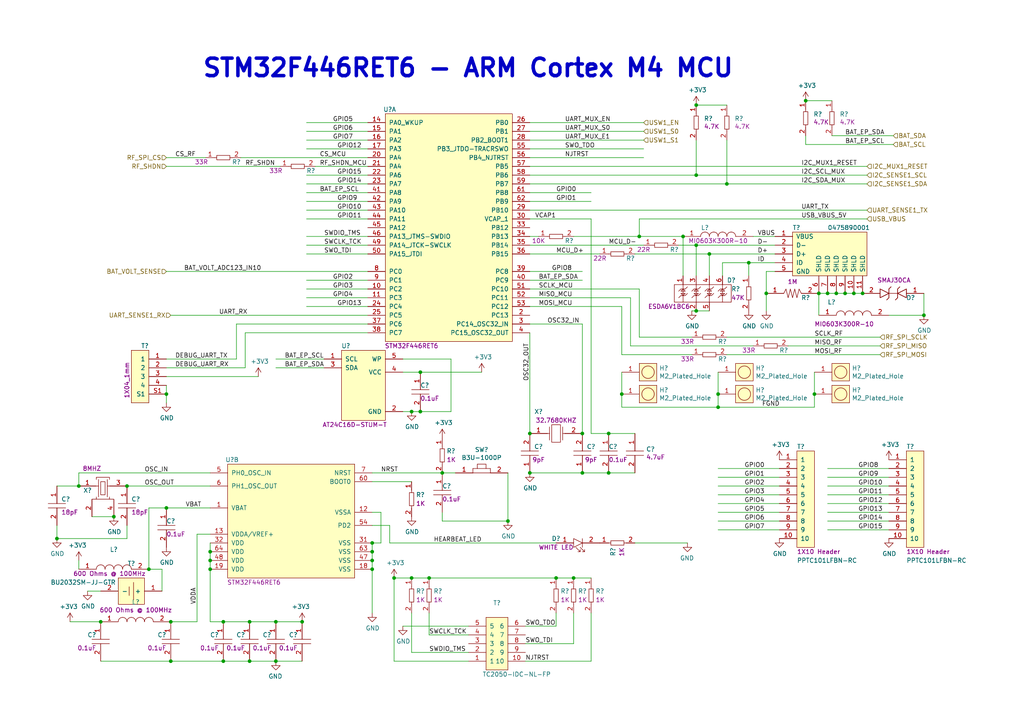
<source format=kicad_sch>
(kicad_sch (version 20231120) (generator "eeschema") (generator_version "8.0")
  (paper "A4")
  (junction (at 267.97 91.44))
  (junction (at 240.03 85.09))
  (junction (at 166.37 167.64))
  (junction (at 107.95 160.02))
  (junction (at 147.32 151.13))
  (junction (at 180.34 114.3))
  (junction (at 168.91 137.16))
  (junction (at 176.53 125.73))
  (junction (at 242.57 85.09))
  (junction (at 208.28 114.3))
  (junction (at 36.83 140.97))
  (junction (at 16.51 156.21))
  (junction (at 245.11 85.09))
  (junction (at 114.3 167.64))
  (junction (at 49.53 191.77))
  (junction (at 201.93 30.48))
  (junction (at 22.86 140.97))
  (junction (at 205.74 73.66))
  (junction (at 128.27 137.16))
  (junction (at 153.67 125.73))
  (junction (at 64.77 180.34))
  (junction (at 64.77 191.77))
  (junction (at 201.93 71.12))
  (junction (at 60.96 160.02))
  (junction (at 222.25 85.09))
  (junction (at 124.46 167.64))
  (junction (at 153.67 137.16))
  (junction (at 87.63 180.34))
  (junction (at 185.42 68.58))
  (junction (at 201.93 90.17))
  (junction (at 201.93 50.8))
  (junction (at 48.26 147.32))
  (junction (at 250.19 85.09))
  (junction (at 29.21 180.34))
  (junction (at 49.53 180.34))
  (junction (at 236.22 114.3))
  (junction (at 247.65 85.09))
  (junction (at 107.95 165.1))
  (junction (at 33.02 149.86))
  (junction (at 60.96 165.1))
  (junction (at 80.01 191.77))
  (junction (at 237.49 85.09))
  (junction (at 121.92 119.38))
  (junction (at 121.92 107.95))
  (junction (at 80.01 180.34))
  (junction (at 43.18 165.1))
  (junction (at 119.38 119.38))
  (junction (at 161.29 167.64))
  (junction (at 208.28 118.11))
  (junction (at 72.39 180.34))
  (junction (at 72.39 191.77))
  (junction (at 198.12 68.58))
  (junction (at 217.17 76.2))
  (junction (at 119.38 167.64))
  (junction (at 48.26 114.3))
  (junction (at 233.68 29.21))
  (junction (at 107.95 157.48))
  (junction (at 60.96 162.56))
  (junction (at 210.82 53.34))
  (junction (at 176.53 137.16))
  (junction (at 168.91 125.73))
  (junction (at 107.95 162.56))
  (wire (pts (xy 106.68 35.56) (xy 88.9 35.56)))
  (wire (pts (xy 48.26 104.14) (xy 68.58 104.14)))
  (wire (pts (xy 64.77 191.77) (xy 72.39 191.77)))
  (wire (pts (xy 153.67 137.16) (xy 168.91 137.16)))
  (wire (pts (xy 153.67 86.36) (xy 182.88 86.36)))
  (wire (pts (xy 209.55 76.2) (xy 217.17 76.2)))
  (wire (pts (xy 114.3 167.64) (xy 114.3 191.77)))
  (wire (pts (xy 116.84 119.38) (xy 119.38 119.38)))
  (wire (pts (xy 180.34 88.9) (xy 153.67 88.9)))
  (wire (pts (xy 257.81 148.59) (xy 240.03 148.59)))
  (wire (pts (xy 226.06 140.97) (xy 208.28 140.97)))
  (wire (pts (xy 153.67 93.98) (xy 168.91 93.98)))
  (wire (pts (xy 153.67 40.64) (xy 186.69 40.64)))
  (wire (pts (xy 107.95 162.56) (xy 107.95 160.02)))
  (wire (pts (xy 60.96 160.02) (xy 60.96 162.56)))
  (wire (pts (xy 29.21 191.77) (xy 49.53 191.77)))
  (wire (pts (xy 128.27 137.16) (xy 132.08 137.16)))
  (wire (pts (xy 257.81 138.43) (xy 240.03 138.43)))
  (wire (pts (xy 200.66 90.17) (xy 201.93 90.17)))
  (wire (pts (xy 209.55 80.01) (xy 209.55 76.2)))
  (wire (pts (xy 226.06 148.59) (xy 208.28 148.59)))
  (wire (pts (xy 255.27 100.33) (xy 228.6 100.33)))
  (wire (pts (xy 196.85 71.12) (xy 201.93 71.12)))
  (wire (pts (xy 153.67 50.8) (xy 201.93 50.8)))
  (wire (pts (xy 222.25 78.74) (xy 222.25 85.09)))
  (wire (pts (xy 106.68 71.12) (xy 88.9 71.12)))
  (wire (pts (xy 71.12 96.52) (xy 71.12 106.68)))
  (wire (pts (xy 201.93 30.48) (xy 210.82 30.48)))
  (wire (pts (xy 153.67 83.82) (xy 185.42 83.82)))
  (wire (pts (xy 107.95 160.02) (xy 107.95 157.48)))
  (wire (pts (xy 59.69 45.72) (xy 48.26 45.72)))
  (wire (pts (xy 251.46 48.26) (xy 153.67 48.26)))
  (wire (pts (xy 257.81 140.97) (xy 240.03 140.97)))
  (wire (pts (xy 226.06 153.67) (xy 208.28 153.67)))
  (wire (pts (xy 57.15 180.34) (xy 49.53 180.34)))
  (wire (pts (xy 161.29 177.8) (xy 161.29 181.61)))
  (wire (pts (xy 236.22 118.11) (xy 236.22 114.3)))
  (wire (pts (xy 257.81 153.67) (xy 240.03 153.67)))
  (wire (pts (xy 121.92 107.95) (xy 116.84 107.95)))
  (wire (pts (xy 168.91 93.98) (xy 168.91 125.73)))
  (wire (pts (xy 106.68 73.66) (xy 88.9 73.66)))
  (wire (pts (xy 64.77 180.34) (xy 60.96 180.34)))
  (wire (pts (xy 43.18 165.1) (xy 46.99 165.1)))
  (wire (pts (xy 257.81 135.89) (xy 240.03 135.89)))
  (wire (pts (xy 201.93 80.01) (xy 201.93 71.12)))
  (wire (pts (xy 46.99 165.1) (xy 46.99 171.45)))
  (wire (pts (xy 153.67 43.18) (xy 186.69 43.18)))
  (wire (pts (xy 153.67 45.72) (xy 186.69 45.72)))
  (wire (pts (xy 106.68 45.72) (xy 69.85 45.72)))
  (wire (pts (xy 153.67 81.28) (xy 168.91 81.28)))
  (wire (pts (xy 153.67 73.66) (xy 173.99 73.66)))
  (wire (pts (xy 106.68 53.34) (xy 88.9 53.34)))
  (wire (pts (xy 124.46 184.15) (xy 124.46 177.8)))
  (wire (pts (xy 36.83 156.21) (xy 36.83 152.4)))
  (wire (pts (xy 218.44 68.58) (xy 224.79 68.58)))
  (wire (pts (xy 119.38 189.23) (xy 135.89 189.23)))
  (wire (pts (xy 205.74 73.66) (xy 224.79 73.66)))
  (wire (pts (xy 182.88 100.33) (xy 218.44 100.33)))
  (wire (pts (xy 106.68 50.8) (xy 88.9 50.8)))
  (wire (pts (xy 36.83 140.97) (xy 60.96 140.97)))
  (wire (pts (xy 106.68 91.44) (xy 49.53 91.44)))
  (wire (pts (xy 26.67 149.86) (xy 33.02 149.86)))
  (wire (pts (xy 106.68 96.52) (xy 71.12 96.52)))
  (wire (pts (xy 106.68 83.82) (xy 88.9 83.82)))
  (wire (pts (xy 16.51 152.4) (xy 16.51 156.21)))
  (wire (pts (xy 186.69 38.1) (xy 153.67 38.1)))
  (wire (pts (xy 210.82 97.79) (xy 255.27 97.79)))
  (wire (pts (xy 205.74 90.17) (xy 201.93 90.17)))
  (wire (pts (xy 68.58 104.14) (xy 68.58 93.98)))
  (wire (pts (xy 48.26 114.3) (xy 48.26 116.84)))
  (wire (pts (xy 80.01 191.77) (xy 87.63 191.77)))
  (wire (pts (xy 201.93 40.64) (xy 201.93 50.8)))
  (wire (pts (xy 226.06 138.43) (xy 208.28 138.43)))
  (wire (pts (xy 171.45 55.88) (xy 153.67 55.88)))
  (wire (pts (xy 176.53 137.16) (xy 168.91 137.16)))
  (wire (pts (xy 87.63 180.34) (xy 80.01 180.34)))
  (wire (pts (xy 251.46 53.34) (xy 210.82 53.34)))
  (wire (pts (xy 22.86 162.56) (xy 22.86 165.1)))
  (wire (pts (xy 106.68 68.58) (xy 88.9 68.58)))
  (wire (pts (xy 106.68 43.18) (xy 88.9 43.18)))
  (wire (pts (xy 43.18 147.32) (xy 43.18 165.1)))
  (wire (pts (xy 210.82 53.34) (xy 153.67 53.34)))
  (wire (pts (xy 233.68 41.91) (xy 259.08 41.91)))
  (wire (pts (xy 226.06 151.13) (xy 208.28 151.13)))
  (wire (pts (xy 226.06 135.89) (xy 208.28 135.89)))
  (wire (pts (xy 152.4 191.77) (xy 171.45 191.77)))
  (wire (pts (xy 201.93 71.12) (xy 224.79 71.12)))
  (wire (pts (xy 60.96 162.56) (xy 60.96 165.1)))
  (wire (pts (xy 257.81 143.51) (xy 240.03 143.51)))
  (wire (pts (xy 153.67 63.5) (xy 171.45 63.5)))
  (wire (pts (xy 130.81 104.14) (xy 130.81 119.38)))
  (wire (pts (xy 184.15 73.66) (xy 205.74 73.66)))
  (wire (pts (xy 80.01 180.34) (xy 72.39 180.34)))
  (wire (pts (xy 22.86 137.16) (xy 22.86 140.97)))
  (wire (pts (xy 161.29 167.64) (xy 166.37 167.64)))
  (wire (pts (xy 161.29 167.64) (xy 124.46 167.64)))
  (wire (pts (xy 60.96 147.32) (xy 48.26 147.32)))
  (wire (pts (xy 237.49 91.44) (xy 237.49 85.09)))
  (wire (pts (xy 48.26 106.68) (xy 71.12 106.68)))
  (wire (pts (xy 80.01 106.68) (xy 93.98 106.68)))
  (wire (pts (xy 241.3 39.37) (xy 259.08 39.37)))
  (wire (pts (xy 48.26 111.76) (xy 48.26 114.3)))
  (wire (pts (xy 106.68 38.1) (xy 88.9 38.1)))
  (wire (pts (xy 250.19 85.09) (xy 247.65 85.09)))
  (wire (pts (xy 106.68 58.42) (xy 88.9 58.42)))
  (wire (pts (xy 184.15 125.73) (xy 176.53 125.73)))
  (wire (pts (xy 106.68 63.5) (xy 88.9 63.5)))
  (wire (pts (xy 48.26 109.22) (xy 74.93 109.22)))
  (wire (pts (xy 107.95 152.4) (xy 113.03 152.4)))
  (wire (pts (xy 233.68 29.21) (xy 241.3 29.21)))
  (wire (pts (xy 222.25 85.09) (xy 222.25 90.17)))
  (wire (pts (xy 72.39 180.34) (xy 64.77 180.34)))
  (wire (pts (xy 247.65 85.09) (xy 245.11 85.09)))
  (wire (pts (xy 43.18 147.32) (xy 48.26 147.32)))
  (wire (pts (xy 110.49 148.59) (xy 110.49 157.48)))
  (wire (pts (xy 233.68 39.37) (xy 233.68 41.91)))
  (wire (pts (xy 116.84 104.14) (xy 130.81 104.14)))
  (wire (pts (xy 60.96 165.1) (xy 60.96 180.34)))
  (wire (pts (xy 171.45 58.42) (xy 153.67 58.42)))
  (wire (pts (xy 240.03 85.09) (xy 237.49 85.09)))
  (wire (pts (xy 180.34 114.3) (xy 180.34 118.11)))
  (wire (pts (xy 107.95 137.16) (xy 128.27 137.16)))
  (wire (pts (xy 72.39 191.77) (xy 80.01 191.77)))
  (wire (pts (xy 91.44 48.26) (xy 106.68 48.26)))
  (wire (pts (xy 185.42 63.5) (xy 185.42 68.58)))
  (wire (pts (xy 226.06 146.05) (xy 208.28 146.05)))
  (wire (pts (xy 185.42 68.58) (xy 166.37 68.58)))
  (wire (pts (xy 113.03 152.4) (xy 113.03 157.48)))
  (wire (pts (xy 217.17 76.2) (xy 217.17 80.01)))
  (wire (pts (xy 80.01 104.14) (xy 93.98 104.14)))
  (wire (pts (xy 217.17 76.2) (xy 224.79 76.2)))
  (wire (pts (xy 119.38 167.64) (xy 114.3 167.64)))
  (wire (pts (xy 201.93 50.8) (xy 251.46 50.8)))
  (wire (pts (xy 180.34 118.11) (xy 208.28 118.11)))
  (wire (pts (xy 208.28 118.11) (xy 208.28 114.3)))
  (wire (pts (xy 153.67 96.52) (xy 153.67 125.73)))
  (wire (pts (xy 106.68 88.9) (xy 88.9 88.9)))
  (wire (pts (xy 184.15 157.48) (xy 199.39 157.48)))
  (wire (pts (xy 128.27 151.13) (xy 147.32 151.13)))
  (wire (pts (xy 200.66 102.87) (xy 180.34 102.87)))
  (wire (pts (xy 49.53 191.77) (xy 64.77 191.77)))
  (wire (pts (xy 185.42 83.82) (xy 185.42 97.79)))
  (wire (pts (xy 166.37 177.8) (xy 166.37 186.69)))
  (wire (pts (xy 185.42 97.79) (xy 200.66 97.79)))
  (wire (pts (xy 152.4 186.69) (xy 166.37 186.69)))
  (wire (pts (xy 257.81 146.05) (xy 240.03 146.05)))
  (wire (pts (xy 106.68 86.36) (xy 88.9 86.36)))
  (wire (pts (xy 242.57 85.09) (xy 240.03 85.09)))
  (wire (pts (xy 124.46 167.64) (xy 119.38 167.64)))
  (wire (pts (xy 198.12 80.01) (xy 198.12 68.58)))
  (wire (pts (xy 57.15 154.94) (xy 57.15 180.34)))
  (wire (pts (xy 180.34 107.95) (xy 180.34 114.3)))
  (wire (pts (xy 60.96 157.48) (xy 60.96 160.02)))
  (wire (pts (xy 107.95 177.8) (xy 107.95 165.1)))
  (wire (pts (xy 171.45 125.73) (xy 171.45 63.5)))
  (wire (pts (xy 255.27 102.87) (xy 210.82 102.87)))
  (wire (pts (xy 166.37 167.64) (xy 171.45 167.64)))
  (wire (pts (xy 226.06 143.51) (xy 208.28 143.51)))
  (wire (pts (xy 48.26 78.74) (xy 106.68 78.74)))
  (wire (pts (xy 153.67 71.12) (xy 186.69 71.12)))
  (wire (pts (xy 60.96 137.16) (xy 22.86 137.16)))
  (wire (pts (xy 176.53 125.73) (xy 171.45 125.73)))
  (wire (pts (xy 130.81 119.38) (xy 121.92 119.38)))
  (wire (pts (xy 171.45 177.8) (xy 171.45 191.77)))
  (wire (pts (xy 16.51 156.21) (xy 36.83 156.21)))
  (wire (pts (xy 110.49 157.48) (xy 107.95 157.48)))
  (wire (pts (xy 135.89 181.61) (xy 116.84 181.61)))
  (wire (pts (xy 153.67 35.56) (xy 186.69 35.56)))
  (wire (pts (xy 119.38 139.7) (xy 107.95 139.7)))
  (wire (pts (xy 267.97 85.09) (xy 267.97 91.44)))
  (wire (pts (xy 114.3 191.77) (xy 135.89 191.77)))
  (wire (pts (xy 88.9 55.88) (xy 106.68 55.88)))
  (wire (pts (xy 113.03 157.48) (xy 161.29 157.48)))
  (wire (pts (xy 251.46 63.5) (xy 185.42 63.5)))
  (wire (pts (xy 205.74 73.66) (xy 205.74 80.01)))
  (wire (pts (xy 121.92 107.95) (xy 139.7 107.95)))
  (wire (pts (xy 267.97 91.44) (xy 257.81 91.44)))
  (wire (pts (xy 106.68 60.96) (xy 88.9 60.96)))
  (wire (pts (xy 48.26 48.26) (xy 81.28 48.26)))
  (wire (pts (xy 29.21 171.45) (xy 25.4 171.45)))
  (wire (pts (xy 119.38 119.38) (xy 121.92 119.38)))
  (wire (pts (xy 236.22 114.3) (xy 236.22 107.95)))
  (wire (pts (xy 119.38 177.8) (xy 119.38 189.23)))
  (wire (pts (xy 128.27 148.59) (xy 128.27 151.13)))
  (wire (pts (xy 16.51 140.97) (xy 22.86 140.97)))
  (wire (pts (xy 153.67 60.96) (xy 251.46 60.96)))
  (wire (pts (xy 106.68 40.64) (xy 88.9 40.64)))
  (wire (pts (xy 184.15 137.16) (xy 176.53 137.16)))
  (wire (pts (xy 152.4 181.61) (xy 161.29 181.61)))
  (wire (pts (xy 222.25 78.74) (xy 224.79 78.74)))
  (wire (pts (xy 208.28 118.11) (xy 236.22 118.11)))
  (wire (pts (xy 198.12 68.58) (xy 185.42 68.58)))
  (wire (pts (xy 29.21 180.34) (xy 20.32 180.34)))
  (wire (pts (xy 68.58 93.98) (xy 106.68 93.98)))
  (wire (pts (xy 182.88 86.36) (xy 182.88 100.33)))
  (wire (pts (xy 107.95 148.59) (xy 110.49 148.59)))
  (wire (pts (xy 106.68 81.28) (xy 88.9 81.28)))
  (wire (pts (xy 107.95 165.1) (xy 107.95 162.56)))
  (wire (pts (xy 156.21 68.58) (xy 153.67 68.58)))
  (wire (pts (xy 208.28 114.3) (xy 208.28 107.95)))
  (wire (pts (xy 245.11 85.09) (xy 242.57 85.09)))
  (wire (pts (xy 257.81 151.13) (xy 240.03 151.13)))
  (wire (pts (xy 147.32 137.16) (xy 147.32 151.13)))
  (wire (pts (xy 210.82 40.64) (xy 210.82 53.34)))
  (wire (pts (xy 60.96 154.94) (xy 57.15 154.94)))
  (wire (pts (xy 124.46 184.15) (xy 135.89 184.15)))
  (wire (pts (xy 168.91 78.74) (xy 153.67 78.74)))
  (wire (pts (xy 180.34 102.87) (xy 180.34 88.9)))
  (text "STM32F446RET6 - ARM Cortex M4 MCU" (at 58.42 22.86 0) (effects (font (size 5.08 5.08) (thickness 1.016) (bold yes)) (justify left bottom)))
  (label "UART_TX" (at 232.41 60.96 0))
  (label "MISO_RF" (at 236.22 100.33 0))
  (label "GPIO1" (at 215.9 138.43 0))
  (label "GPIO4" (at 215.9 146.05 0))
  (label "GPIO6" (at 96.52 38.1 0))
  (label "GPIO0" (at 215.9 135.89 0))
  (label "OSC32_IN" (at 158.75 93.98 0))
  (label "VCAP1" (at 161.29 63.5 180))
  (label "GPIO3" (at 96.52 83.82 0))
  (label "I2C_MUX1_RESET" (at 232.41 48.26 0))
  (label "GPIO12" (at 248.92 146.05 0))
  (label "NJTRST" (at 152.4 191.77 0))
  (label "SWCLK_TCK" (at 124.46 184.15 0))
  (label "OSC_OUT" (at 41.91 140.97 0))
  (label "MISO_MCU" (at 156.21 86.36 0))
  (label "D+" (at 219.71 73.66 0))
  (label "GPIO14" (at 248.92 151.13 0))
  (label "BAT_EP_SCL" (at 92.71 55.88 0))
  (label "DEBUG_UART_TX" (at 50.8 104.14 0))
  (label "MOSI_MCU" (at 156.21 88.9 0))
  (label "FGND" (at 220.98 118.11 0))
  (label "GPIO11" (at 97.79 63.5 0))
  (label "RF_SHDN" (at 71.12 48.26 0))
  (label "BAT_EP_SCL" (at 82.55 104.14 0))
  (label "MCU_D-" (at 176.53 71.12 0))
  (label "SWCLK_TCK" (at 93.98 71.12 0))
  (label "GPIO13" (at 97.79 88.9 0))
  (label "GPIO9" (at 248.92 138.43 0))
  (label "GPIO5" (at 215.9 148.59 0))
  (label "BAT_VOLT_ADC123_IN10" (at 53.34 78.74 0))
  (label "SCLK_MCU" (at 156.21 83.82 0))
  (label "GPIO2" (at 215.9 140.97 0))
  (label "GPIO8" (at 160.02 78.74 0))
  (label "GPIO1" (at 161.29 58.42 0))
  (label "GPIO14" (at 97.79 53.34 0))
  (label "UART_MUX_E1" (at 163.83 40.64 0))
  (label "NJTRST" (at 163.83 45.72 0))
  (label "NRST" (at 110.49 137.16 0))
  (label "BAT_EP_SDA" (at 82.55 106.68 0))
  (label "GPIO2" (at 96.52 81.28 0))
  (label "SWO_TDO" (at 163.83 43.18 0))
  (label "I2C_SCL_MUX" (at 232.41 50.8 0))
  (label "HEARBEAT_LED" (at 139.7 157.48 180))
  (label "SWDIO_TMS" (at 93.98 68.58 0))
  (label "CS_RF" (at 50.8 45.72 0))
  (label "GPIO5" (at 96.52 35.56 0))
  (label "GPIO12" (at 97.79 43.18 0))
  (label "GPIO0" (at 161.29 55.88 0))
  (label "GPIO13" (at 248.92 148.59 0))
  (label "GPIO7" (at 215.9 153.67 0))
  (label "GPIO15" (at 248.92 153.67 0))
  (label "RF_SHDN_MCU" (at 92.71 48.26 0))
  (label "SCLK_RF" (at 236.22 97.79 0))
  (label "GPIO9" (at 97.79 58.42 0))
  (label "GPIO4" (at 96.52 86.36 0))
  (label "UART_MUX_EN" (at 163.83 35.56 0))
  (label "SWO_TDI" (at 93.98 73.66 0))
  (label "GPIO8" (at 248.92 135.89 0))
  (label "GPIO10" (at 97.79 60.96 0))
  (label "MCU_D+" (at 161.29 73.66 0))
  (label "UART_RX" (at 63.5 91.44 0))
  (label "SWO_TDO" (at 152.4 181.61 0))
  (label "UART_MUX_S0" (at 163.83 38.1 0))
  (label "VDDA" (at 57.15 175.26 90))
  (label "BAT_EP_SCL" (at 245.11 41.91 0))
  (label "BAT_EP_SDA" (at 156.21 81.28 0))
  (label "VBAT" (at 58.42 147.32 180))
  (label "OSC_IN" (at 41.91 137.16 0))
  (label "GPIO10" (at 248.92 140.97 0))
  (label "GPIO11" (at 248.92 143.51 0))
  (label "DEBUG_UART_RX" (at 50.8 106.68 0))
  (label "ID" (at 219.71 76.2 0))
  (label "GPIO15" (at 97.79 50.8 0))
  (label "GPIO3" (at 215.9 143.51 0))
  (label "VBUS" (at 219.71 68.58 0))
  (label "GPIO6" (at 215.9 151.13 0))
  (label "SWDIO_TMS" (at 124.46 189.23 0))
  (label "USB_VBUS_5V" (at 232.41 63.5 0))
  (label "D-" (at 219.71 71.12 0))
  (label "OSC32_OUT" (at 153.67 110.49 90))
  (label "MOSI_RF" (at 236.22 102.87 0))
  (label "I2C_SDA_MUX" (at 232.41 53.34 0))
  (label "BAT_EP_SDA" (at 245.11 39.37 0))
  (label "SWO_TDI" (at 152.4 186.69 0))
  (label "CS_MCU" (at 92.71 45.72 0))
  (label "GPIO7" (at 96.52 40.64 0))
  (hierarchical_label "I2C_SENSE1_SCL" (shape input) (at 251.46 50.8 0))
  (hierarchical_label "BAT_SCL" (shape input) (at 259.08 41.91 0))
  (hierarchical_label "USB_VBUS" (shape input) (at 251.46 63.5 0))
  (hierarchical_label "BAT_SDA" (shape input) (at 259.08 39.37 0))
  (hierarchical_label "RF_SPI_SCLK" (shape input) (at 255.27 97.79 0))
  (hierarchical_label "RF_SPI_CS" (shape input) (at 48.26 45.72 180))
  (hierarchical_label "RF_SHDN" (shape input) (at 48.26 48.26 180))
  (hierarchical_label "UART_SENSE1_RX" (shape input) (at 49.53 91.44 180))
  (hierarchical_label "I2C_MUX1_RESET" (shape input) (at 251.46 48.26 0))
  (hierarchical_label "BAT_VOLT_SENSE" (shape input) (at 48.26 78.74 180))
  (hierarchical_label "RF_SPI_MISO" (shape input) (at 255.27 100.33 0))
  (hierarchical_label "USW1_EN" (shape input) (at 186.69 35.56 0))
  (hierarchical_label "I2C_SENSE1_SDA" (shape input) (at 251.46 53.34 0))
  (hierarchical_label "USW1_S1" (shape input) (at 186.69 40.64 0))
  (hierarchical_label "USW1_S0" (shape input) (at 186.69 38.1 0))
  (hierarchical_label "RF_SPI_MOSI" (shape input) (at 255.27 102.87 0))
  (hierarchical_label "UART_SENSE1_TX" (shape input) (at 251.46 60.96 0))
  (symbol (lib_id "AVR-KiCAD-Lib-ICs:STM32F446RET6") (at 111.76 33.02 0) (unit 1)
    (property "Reference" "U?" (at 113.03 31.75 0))
    (property "Value" "STM32F446RET6" (effects (hide yes)))
    (property "Footprint" "AVR-KiCAD-Lib-ICs:STM32F446RET6" (effects (hide yes)))
    (property "Datasheet" "https://www.st.com/content/ccc/resource/technical/document/datasheet/65/cb/75/50/53/d6/48/24/DM00141306.pdf/files/DM00141306.pdf/jcr:content/translations/en.DM00141306.pdf" (effects (hide yes)))
    (property "Cost QTY: 1" "8.55000" (effects (hide yes)))
    (property "Cost QTY: 1000" "4.85069" (effects (hide yes)))
    (property "Cost QTY: 2500" "4.67103" (effects (hide yes)))
    (property "Cost QTY: 5000" "4.49138" (effects (hide yes)))
    (property "Cost QTY: 10000" "*" (effects (hide yes)))
    (property "MFR" "STMicroelectronics" (effects (hide yes)))
    (property "MFR#" "STM32F446RET6" (effects (hide yes)))
    (property "Vendor" "Digikey" (effects (hide yes)))
    (property "Vendor #" "497-15376-ND" (effects (hide yes)))
    (property "Designer" "AVR" (effects (hide yes)))
    (property "Height" "*" (effects (hide yes)))
    (property "Date Created" "6/15/2020" (effects (hide yes)))
    (property "Date Modified" "6/15/2020" (effects (hide yes)))
    (property "Lead-Free ?" "Yes" (effects (hide yes)))
    (property "RoHS Levels" "1" (effects (hide yes)))
    (property "Mounting" "SMT" (effects (hide yes)))
    (property "Pin Count #" "64" (effects (hide yes)))
    (property "Status" "Active" (effects (hide yes)))
    (property "Tolerance" "*" (effects (hide yes)))
    (property "Type" "MCU" (effects (hide yes)))
    (property "Voltage" "1.7V ~ 3.6V" (effects (hide yes)))
    (property "Package" "LQFP64" (effects (hide yes)))
    (property "Description" "ARM® Cortex®-M4 STM32F4 Microcontroller IC 32-Bit 180MHz 512KB (512K x 8) FLASH 64-LQFP (10x10)" (effects (hide yes)))
    (property "_Value_" "STM32F446RET6" (at 119.38 100.33 0))
    (property "Management_ID" "*" (effects (hide yes)))
  )
  (symbol (lib_id "AVR-KiCAD-Lib-ICs:STM32F446RET6") (at 66.04 134.62 0) (unit 2)
    (property "Reference" "U?" (at 67.31 133.35 0))
    (property "Value" "STM32F446RET6" (effects (hide yes)))
    (property "Footprint" "AVR-KiCAD-Lib-ICs:STM32F446RET6" (effects (hide yes)))
    (property "Datasheet" "https://www.st.com/content/ccc/resource/technical/document/datasheet/65/cb/75/50/53/d6/48/24/DM00141306.pdf/files/DM00141306.pdf/jcr:content/translations/en.DM00141306.pdf" (effects (hide yes)))
    (property "Cost QTY: 1" "8.55000" (effects (hide yes)))
    (property "Cost QTY: 1000" "4.85069" (effects (hide yes)))
    (property "Cost QTY: 2500" "4.67103" (effects (hide yes)))
    (property "Cost QTY: 5000" "4.49138" (effects (hide yes)))
    (property "Cost QTY: 10000" "*" (effects (hide yes)))
    (property "MFR" "STMicroelectronics" (effects (hide yes)))
    (property "MFR#" "STM32F446RET6" (effects (hide yes)))
    (property "Vendor" "Digikey" (effects (hide yes)))
    (property "Vendor #" "497-15376-ND" (effects (hide yes)))
    (property "Designer" "AVR" (effects (hide yes)))
    (property "Height" "*" (effects (hide yes)))
    (property "Date Created" "6/15/2020" (effects (hide yes)))
    (property "Date Modified" "6/15/2020" (effects (hide yes)))
    (property "Lead-Free ?" "Yes" (effects (hide yes)))
    (property "RoHS Levels" "1" (effects (hide yes)))
    (property "Mounting" "SMT" (effects (hide yes)))
    (property "Pin Count #" "64" (effects (hide yes)))
    (property "Status" "Active" (effects (hide yes)))
    (property "Tolerance" "*" (effects (hide yes)))
    (property "Type" "MCU" (effects (hide yes)))
    (property "Voltage" "1.7V ~ 3.6V" (effects (hide yes)))
    (property "Package" "LQFP64" (effects (hide yes)))
    (property "Description" "ARM® Cortex®-M4 STM32F4 Microcontroller IC 32-Bit 180MHz 512KB (512K x 8) FLASH 64-LQFP (10x10)" (effects (hide yes)))
    (property "_Value_" "STM32F446RET6" (at 73.66 168.91 0))
    (property "Management_ID" "*" (effects (hide yes)))
  )
  (symbol (lib_id "AVR-KiCAD-Lib-Oscillators-Clocks:ABM3B-8.000MHZ-B2-T") (at 27.94 138.43 0) (unit 1)
    (property "Reference" "X?" (at 25.4 142.24 0))
    (property "Value" "ABM3B-8.000MHZ-B2-T" (effects (hide yes)))
    (property "Footprint" "AVR-KiCAD-Lib-Oscillators:ABM3B8.000MHZB2T" (effects (hide yes)))
    (property "Datasheet" "https://abracon.com/Resonators/abm3b.pdf" (effects (hide yes)))
    (property "Cost QTY: 1" "1.09000" (effects (hide yes)))
    (property "Cost QTY: 1000" "0.57000" (effects (hide yes)))
    (property "Cost QTY: 2500" "*" (effects (hide yes)))
    (property "Cost QTY: 5000" "*" (effects (hide yes)))
    (property "Cost QTY: 10000" "*" (effects (hide yes)))
    (property "MFR" "Abracon LLC" (effects (hide yes)))
    (property "MFR#" "ABM3B-8.000MHZ-B2-T" (effects (hide yes)))
    (property "Vendor" "Digikey" (effects (hide yes)))
    (property "Vendor #" "535-9720-2-ND" (effects (hide yes)))
    (property "Designer" "AVR" (effects (hide yes)))
    (property "Height" "1.10mm" (effects (hide yes)))
    (property "Date Created" "6/16/2020" (effects (hide yes)))
    (property "Date Modified" "6/16/2020" (effects (hide yes)))
    (property "Lead-Free ?" "Yes" (effects (hide yes)))
    (property "RoHS Levels" "1" (effects (hide yes)))
    (property "Mounting" "SMT" (effects (hide yes)))
    (property "Pin Count #" "4" (effects (hide yes)))
    (property "Status" "Active" (effects (hide yes)))
    (property "Tolerance" "*" (effects (hide yes)))
    (property "Type" "Crystal Oscillator" (effects (hide yes)))
    (property "Voltage" "*" (effects (hide yes)))
    (property "Package" "4-SMD" (effects (hide yes)))
    (property "Description" "8MHz ±20ppm Crystal 18pF 200 Ohms 4-SMD, No Lead" (effects (hide yes)))
    (property "_Value_" "8MHZ" (at 26.67 135.89 0))
    (property "Management_ID" "*" (effects (hide yes)))
  )
  (symbol (lib_id "AVR-KiCAD-Lib-Oscillators-Clocks:ABS07-32.768KHZ-9-T") (at 161.29 125.73 0) (unit 1)
    (property "Reference" "X?" (at 156.21 119.38 0))
    (property "Value" "ABS07-32.768KHZ-9-T" (effects (hide yes)))
    (property "Footprint" "AVR-KiCAD-Lib-Oscillators:ABS07-32.768KHZ-9-T" (effects (hide yes)))
    (property "Datasheet" "https://abracon.com/Resonators/ABS07.pdf" (effects (hide yes)))
    (property "Cost QTY: 1" "1.09000" (effects (hide yes)))
    (property "Cost QTY: 1000" "0.62700" (effects (hide yes)))
    (property "Cost QTY: 2500" "*" (effects (hide yes)))
    (property "Cost QTY: 5000" "*" (effects (hide yes)))
    (property "Cost QTY: 10000" "*" (effects (hide yes)))
    (property "MFR" "Abracon LLC" (effects (hide yes)))
    (property "MFR#" "ABS07-32.768KHZ-9-T" (effects (hide yes)))
    (property "Vendor" "Digikey" (effects (hide yes)))
    (property "Vendor #" "535-9544-1-ND" (effects (hide yes)))
    (property "Designer" "AVR" (effects (hide yes)))
    (property "Height" "0.9mm" (effects (hide yes)))
    (property "Date Created" "6/16/2020" (effects (hide yes)))
    (property "Date Modified" "6/16/2020" (effects (hide yes)))
    (property "Lead-Free ?" "Yes" (effects (hide yes)))
    (property "RoHS Levels" "1" (effects (hide yes)))
    (property "Mounting" "SMT" (effects (hide yes)))
    (property "Pin Count #" "2" (effects (hide yes)))
    (property "Status" "Active" (effects (hide yes)))
    (property "Tolerance" "*" (effects (hide yes)))
    (property "Type" "Crystal Oscillator" (effects (hide yes)))
    (property "Voltage" "*" (effects (hide yes)))
    (property "Package" "Proprietary SMT" (effects (hide yes)))
    (property "Description" "32.768kHz ±20ppm Crystal 9pF 70 kOhms 2-SMD, No Lead" (effects (hide yes)))
    (property "_Value_" "32.7680KHZ" (at 161.29 121.92 0))
    (property "Management_ID" "*" (effects (hide yes)))
  )
  (symbol (lib_id "AVR-KiCAD-Lib-Resistors:RC0402FR-071KL") (at 161.29 172.72 270) (unit 1)
    (property "Reference" "R?" (at 162.56 171.45 90) (effects (justify left)))
    (property "Value" "RC0402FR-071KL" (effects (hide yes)))
    (property "Footprint" "AVR-KiCAD-Lib-Resistors:R0402" (effects (hide yes)))
    (property "Datasheet" "https://www.yageo.com/upload/media/product/productsearch/datasheet/rchip/PYu-RC_Group_51_RoHS_L_10.pdf" (effects (hide yes)))
    (property "Cost QTY: 1" "0.10000" (effects (hide yes)))
    (property "Cost QTY: 1000" "0.00289" (effects (hide yes)))
    (property "Cost QTY: 2500" "0.00251" (effects (hide yes)))
    (property "Cost QTY: 5000" "0.00207" (effects (hide yes)))
    (property "Cost QTY: 10000" "0.00163" (effects (hide yes)))
    (property "MFR" "Yageo" (effects (hide yes)))
    (property "MFR#" "RC0402FR-071KL" (effects (hide yes)))
    (property "Vendor" "Digikey" (effects (hide yes)))
    (property "Vendor #" "311-1.00KLRTR-ND" (effects (hide yes)))
    (property "Designer" "AVR" (effects (hide yes)))
    (property "Height" "0.4mm" (effects (hide yes)))
    (property "Date Created" "12/11/2019" (effects (hide yes)))
    (property "Date Modified" "12/11/2019" (effects (hide yes)))
    (property "Lead-Free ?" "Yes" (effects (hide yes)))
    (property "RoHS Levels" "1" (effects (hide yes)))
    (property "Mounting" "SMT" (effects (hide yes)))
    (property "Pin Count #" "2" (effects (hide yes)))
    (property "Status" "Active" (effects (hide yes)))
    (property "Tolerance" "1%" (effects (hide yes)))
    (property "Type" "Thick Film Resistor" (effects (hide yes)))
    (property "Voltage" "*" (effects (hide yes)))
    (property "Package" "0402" (effects (hide yes)))
    (property "_Value_" "1K" (at 162.56 173.99 90) (effects (justify left)))
    (property "Management_ID" "*" (effects (hide yes)))
    (property "Description" " kOhms ±1% 0.063W, 1/16W Chip Resistor 0402 (1005 Metric) Moisture Resistant Thick Film" (effects (hide yes)))
  )
  (symbol (lib_id "SunLeaf-Sense-S1G-rescue:+3V3-power") (at 114.3 167.64 0) (unit 1)
    (property "Reference" "#PWR?" (effects (hide yes)))
    (property "Value" "+3V3" (at 114.681 163.2458 0))
  )
  (symbol (lib_id "AVR-KiCAD-Lib-Resistors:RC0402FR-071KL") (at 124.46 172.72 270) (unit 1)
    (property "Reference" "R?" (at 125.73 171.45 90) (effects (justify left)))
    (property "Value" "RC0402FR-071KL" (effects (hide yes)))
    (property "Footprint" "AVR-KiCAD-Lib-Resistors:R0402" (effects (hide yes)))
    (property "Datasheet" "https://www.yageo.com/upload/media/product/productsearch/datasheet/rchip/PYu-RC_Group_51_RoHS_L_10.pdf" (effects (hide yes)))
    (property "Cost QTY: 1" "0.10000" (effects (hide yes)))
    (property "Cost QTY: 1000" "0.00289" (effects (hide yes)))
    (property "Cost QTY: 2500" "0.00251" (effects (hide yes)))
    (property "Cost QTY: 5000" "0.00207" (effects (hide yes)))
    (property "Cost QTY: 10000" "0.00163" (effects (hide yes)))
    (property "MFR" "Yageo" (effects (hide yes)))
    (property "MFR#" "RC0402FR-071KL" (effects (hide yes)))
    (property "Vendor" "Digikey" (effects (hide yes)))
    (property "Vendor #" "311-1.00KLRTR-ND" (effects (hide yes)))
    (property "Designer" "AVR" (effects (hide yes)))
    (property "Height" "0.4mm" (effects (hide yes)))
    (property "Date Created" "12/11/2019" (effects (hide yes)))
    (property "Date Modified" "12/11/2019" (effects (hide yes)))
    (property "Lead-Free ?" "Yes" (effects (hide yes)))
    (property "RoHS Levels" "1" (effects (hide yes)))
    (property "Mounting" "SMT" (effects (hide yes)))
    (property "Pin Count #" "2" (effects (hide yes)))
    (property "Status" "Active" (effects (hide yes)))
    (property "Tolerance" "1%" (effects (hide yes)))
    (property "Type" "Thick Film Resistor" (effects (hide yes)))
    (property "Voltage" "*" (effects (hide yes)))
    (property "Package" "0402" (effects (hide yes)))
    (property "_Value_" "1K" (at 125.73 173.99 90) (effects (justify left)))
    (property "Management_ID" "*" (effects (hide yes)))
    (property "Description" " kOhms ±1% 0.063W, 1/16W Chip Resistor 0402 (1005 Metric) Moisture Resistant Thick Film" (effects (hide yes)))
  )
  (symbol (lib_id "AVR-KiCAD-Lib-Resistors:RC0402FR-071KL") (at 166.37 172.72 270) (unit 1)
    (property "Reference" "R?" (at 167.64 171.45 90) (effects (justify left)))
    (property "Value" "RC0402FR-071KL" (effects (hide yes)))
    (property "Footprint" "AVR-KiCAD-Lib-Resistors:R0402" (effects (hide yes)))
    (property "Datasheet" "https://www.yageo.com/upload/media/product/productsearch/datasheet/rchip/PYu-RC_Group_51_RoHS_L_10.pdf" (effects (hide yes)))
    (property "Cost QTY: 1" "0.10000" (effects (hide yes)))
    (property "Cost QTY: 1000" "0.00289" (effects (hide yes)))
    (property "Cost QTY: 2500" "0.00251" (effects (hide yes)))
    (property "Cost QTY: 5000" "0.00207" (effects (hide yes)))
    (property "Cost QTY: 10000" "0.00163" (effects (hide yes)))
    (property "MFR" "Yageo" (effects (hide yes)))
    (property "MFR#" "RC0402FR-071KL" (effects (hide yes)))
    (property "Vendor" "Digikey" (effects (hide yes)))
    (property "Vendor #" "311-1.00KLRTR-ND" (effects (hide yes)))
    (property "Designer" "AVR" (effects (hide yes)))
    (property "Height" "0.4mm" (effects (hide yes)))
    (property "Date Created" "12/11/2019" (effects (hide yes)))
    (property "Date Modified" "12/11/2019" (effects (hide yes)))
    (property "Lead-Free ?" "Yes" (effects (hide yes)))
    (property "RoHS Levels" "1" (effects (hide yes)))
    (property "Mounting" "SMT" (effects (hide yes)))
    (property "Pin Count #" "2" (effects (hide yes)))
    (property "Status" "Active" (effects (hide yes)))
    (property "Tolerance" "1%" (effects (hide yes)))
    (property "Type" "Thick Film Resistor" (effects (hide yes)))
    (property "Voltage" "*" (effects (hide yes)))
    (property "Package" "0402" (effects (hide yes)))
    (property "_Value_" "1K" (at 167.64 173.99 90) (effects (justify left)))
    (property "Management_ID" "*" (effects (hide yes)))
    (property "Description" " kOhms ±1% 0.063W, 1/16W Chip Resistor 0402 (1005 Metric) Moisture Resistant Thick Film" (effects (hide yes)))
  )
  (symbol (lib_id "AVR-KiCAD-Lib-Resistors:RC0402FR-071KL") (at 119.38 172.72 270) (unit 1)
    (property "Reference" "R?" (at 120.65 171.45 90) (effects (justify left)))
    (property "Value" "RC0402FR-071KL" (effects (hide yes)))
    (property "Footprint" "AVR-KiCAD-Lib-Resistors:R0402" (effects (hide yes)))
    (property "Datasheet" "https://www.yageo.com/upload/media/product/productsearch/datasheet/rchip/PYu-RC_Group_51_RoHS_L_10.pdf" (effects (hide yes)))
    (property "Cost QTY: 1" "0.10000" (effects (hide yes)))
    (property "Cost QTY: 1000" "0.00289" (effects (hide yes)))
    (property "Cost QTY: 2500" "0.00251" (effects (hide yes)))
    (property "Cost QTY: 5000" "0.00207" (effects (hide yes)))
    (property "Cost QTY: 10000" "0.00163" (effects (hide yes)))
    (property "MFR" "Yageo" (effects (hide yes)))
    (property "MFR#" "RC0402FR-071KL" (effects (hide yes)))
    (property "Vendor" "Digikey" (effects (hide yes)))
    (property "Vendor #" "311-1.00KLRTR-ND" (effects (hide yes)))
    (property "Designer" "AVR" (effects (hide yes)))
    (property "Height" "0.4mm" (effects (hide yes)))
    (property "Date Created" "12/11/2019" (effects (hide yes)))
    (property "Date Modified" "12/11/2019" (effects (hide yes)))
    (property "Lead-Free ?" "Yes" (effects (hide yes)))
    (property "RoHS Levels" "1" (effects (hide yes)))
    (property "Mounting" "SMT" (effects (hide yes)))
    (property "Pin Count #" "2" (effects (hide yes)))
    (property "Status" "Active" (effects (hide yes)))
    (property "Tolerance" "1%" (effects (hide yes)))
    (property "Type" "Thick Film Resistor" (effects (hide yes)))
    (property "Voltage" "*" (effects (hide yes)))
    (property "Package" "0402" (effects (hide yes)))
    (property "_Value_" "1K" (at 120.65 173.99 90) (effects (justify left)))
    (property "Management_ID" "*" (effects (hide yes)))
    (property "Description" " kOhms ±1% 0.063W, 1/16W Chip Resistor 0402 (1005 Metric) Moisture Resistant Thick Film" (effects (hide yes)))
  )
  (symbol (lib_id "AVR-KiCAD-Lib-Resistors:RC0402FR-071KL") (at 171.45 172.72 270) (unit 1)
    (property "Reference" "R?" (at 172.72 171.45 90) (effects (justify left)))
    (property "Value" "RC0402FR-071KL" (effects (hide yes)))
    (property "Footprint" "AVR-KiCAD-Lib-Resistors:R0402" (effects (hide yes)))
    (property "Datasheet" "https://www.yageo.com/upload/media/product/productsearch/datasheet/rchip/PYu-RC_Group_51_RoHS_L_10.pdf" (effects (hide yes)))
    (property "Cost QTY: 1" "0.10000" (effects (hide yes)))
    (property "Cost QTY: 1000" "0.00289" (effects (hide yes)))
    (property "Cost QTY: 2500" "0.00251" (effects (hide yes)))
    (property "Cost QTY: 5000" "0.00207" (effects (hide yes)))
    (property "Cost QTY: 10000" "0.00163" (effects (hide yes)))
    (property "MFR" "Yageo" (effects (hide yes)))
    (property "MFR#" "RC0402FR-071KL" (effects (hide yes)))
    (property "Vendor" "Digikey" (effects (hide yes)))
    (property "Vendor #" "311-1.00KLRTR-ND" (effects (hide yes)))
    (property "Designer" "AVR" (effects (hide yes)))
    (property "Height" "0.4mm" (effects (hide yes)))
    (property "Date Created" "12/11/2019" (effects (hide yes)))
    (property "Date Modified" "12/11/2019" (effects (hide yes)))
    (property "Lead-Free ?" "Yes" (effects (hide yes)))
    (property "RoHS Levels" "1" (effects (hide yes)))
    (property "Mounting" "SMT" (effects (hide yes)))
    (property "Pin Count #" "2" (effects (hide yes)))
    (property "Status" "Active" (effects (hide yes)))
    (property "Tolerance" "1%" (effects (hide yes)))
    (property "Type" "Thick Film Resistor" (effects (hide yes)))
    (property "Voltage" "*" (effects (hide yes)))
    (property "Package" "0402" (effects (hide yes)))
    (property "_Value_" "1K" (at 172.72 173.99 90) (effects (justify left)))
    (property "Management_ID" "*" (effects (hide yes)))
    (property "Description" " kOhms ±1% 0.063W, 1/16W Chip Resistor 0402 (1005 Metric) Moisture Resistant Thick Film" (effects (hide yes)))
  )
  (symbol (lib_id "SunLeaf-Sense-S1G-rescue:GND-power") (at 107.95 177.8 0) (unit 1)
    (property "Reference" "#PWR?" (effects (hide yes)))
    (property "Value" "GND" (at 108.077 182.1942 0))
  )
  (symbol (lib_id "SunLeaf-Sense-S1G-rescue:GND-power") (at 33.02 149.86 0) (unit 1)
    (property "Reference" "#PWR?" (effects (hide yes)))
    (property "Value" "GND" (at 33.147 154.2542 0))
  )
  (symbol (lib_id "SunLeaf-Sense-S1G-rescue:+3V3-power") (at 87.63 180.34 0) (mirror y) (unit 1)
    (property "Reference" "#PWR?" (effects (hide yes)))
    (property "Value" "+3V3" (at 87.249 175.9458 0))
  )
  (symbol (lib_id "AVR-KiCAD-Lib-Capacitors:C0402C104K9PACTU") (at 29.21 185.42 90) (mirror x) (unit 1)
    (property "Reference" "C?" (at 27.94 184.15 90) (effects (justify left)))
    (property "Value" "C0402C104K9PACTU" (effects (hide yes)))
    (property "Footprint" "AVR-KiCAD-Lib-Resistors:R0402" (effects (hide yes)))
    (property "Datasheet" "https://content.kemet.com/datasheets/KEM_C1006_X5R_SMD.pdf" (effects (hide yes)))
    (property "Cost QTY: 1" "0.10000" (effects (hide yes)))
    (property "Cost QTY: 1000" "0.01139" (effects (hide yes)))
    (property "Cost QTY: 2500" "0.01035" (effects (hide yes)))
    (property "Cost QTY: 5000" "0.00952" (effects (hide yes)))
    (property "Cost QTY: 10000" "0.00756" (effects (hide yes)))
    (property "MFR" "KEMET" (effects (hide yes)))
    (property "MFR#" "C0402C104K9PACTU" (effects (hide yes)))
    (property "Vendor" "Digikey" (effects (hide yes)))
    (property "Vendor #" "399-3026-6-ND" (effects (hide yes)))
    (property "Designer" "AVR" (effects (hide yes)))
    (property "Height" "0.55mm" (effects (hide yes)))
    (property "Date Created" "12/7/2019" (effects (hide yes)))
    (property "Date Modified" "12/7/2019" (effects (hide yes)))
    (property "Lead-Free ?" "Yes" (effects (hide yes)))
    (property "RoHS Levels" "1" (effects (hide yes)))
    (property "Mounting" "SMT" (effects (hide yes)))
    (property "Pin Count #" "2" (effects (hide yes)))
    (property "Status" "Active" (effects (hide yes)))
    (property "Tolerance" "10%" (effects (hide yes)))
    (property "Type" "Ceramic Cap" (effects (hide yes)))
    (property "Voltage" "6.3V" (effects (hide yes)))
    (property "Package" "0402" (effects (hide yes)))
    (property "Description" "0.1µF ±10% 6.3V Ceramic Capacitor X5R 0402 (1005 Metric)" (effects (hide yes)))
    (property "_Value_" "0.1uF" (at 27.94 187.96 90) (effects (justify left)))
    (property "Management_ID" "*" (effects (hide yes)))
  )
  (symbol (lib_id "AVR-KiCAD-Lib-Capacitors:C0402C104K9PACTU") (at 87.63 185.42 90) (mirror x) (unit 1)
    (property "Reference" "C?" (at 86.36 184.15 90) (effects (justify left)))
    (property "Value" "C0402C104K9PACTU" (effects (hide yes)))
    (property "Footprint" "AVR-KiCAD-Lib-Resistors:R0402" (effects (hide yes)))
    (property "Datasheet" "https://content.kemet.com/datasheets/KEM_C1006_X5R_SMD.pdf" (effects (hide yes)))
    (property "Cost QTY: 1" "0.10000" (effects (hide yes)))
    (property "Cost QTY: 1000" "0.01139" (effects (hide yes)))
    (property "Cost QTY: 2500" "0.01035" (effects (hide yes)))
    (property "Cost QTY: 5000" "0.00952" (effects (hide yes)))
    (property "Cost QTY: 10000" "0.00756" (effects (hide yes)))
    (property "MFR" "KEMET" (effects (hide yes)))
    (property "MFR#" "C0402C104K9PACTU" (effects (hide yes)))
    (property "Vendor" "Digikey" (effects (hide yes)))
    (property "Vendor #" "399-3026-6-ND" (effects (hide yes)))
    (property "Designer" "AVR" (effects (hide yes)))
    (property "Height" "0.55mm" (effects (hide yes)))
    (property "Date Created" "12/7/2019" (effects (hide yes)))
    (property "Date Modified" "12/7/2019" (effects (hide yes)))
    (property "Lead-Free ?" "Yes" (effects (hide yes)))
    (property "RoHS Levels" "1" (effects (hide yes)))
    (property "Mounting" "SMT" (effects (hide yes)))
    (property "Pin Count #" "2" (effects (hide yes)))
    (property "Status" "Active" (effects (hide yes)))
    (property "Tolerance" "10%" (effects (hide yes)))
    (property "Type" "Ceramic Cap" (effects (hide yes)))
    (property "Voltage" "6.3V" (effects (hide yes)))
    (property "Package" "0402" (effects (hide yes)))
    (property "Description" "0.1µF ±10% 6.3V Ceramic Capacitor X5R 0402 (1005 Metric)" (effects (hide yes)))
    (property "_Value_" "0.1uF" (at 86.36 187.96 90) (effects (justify left)))
    (property "Management_ID" "*" (effects (hide yes)))
  )
  (symbol (lib_id "AVR-KiCAD-Lib-Capacitors:C0402C104K9PACTU") (at 80.01 185.42 90) (mirror x) (unit 1)
    (property "Reference" "C?" (at 78.74 184.15 90) (effects (justify left)))
    (property "Value" "C0402C104K9PACTU" (effects (hide yes)))
    (property "Footprint" "AVR-KiCAD-Lib-Resistors:R0402" (effects (hide yes)))
    (property "Datasheet" "https://content.kemet.com/datasheets/KEM_C1006_X5R_SMD.pdf" (effects (hide yes)))
    (property "Cost QTY: 1" "0.10000" (effects (hide yes)))
    (property "Cost QTY: 1000" "0.01139" (effects (hide yes)))
    (property "Cost QTY: 2500" "0.01035" (effects (hide yes)))
    (property "Cost QTY: 5000" "0.00952" (effects (hide yes)))
    (property "Cost QTY: 10000" "0.00756" (effects (hide yes)))
    (property "MFR" "KEMET" (effects (hide yes)))
    (property "MFR#" "C0402C104K9PACTU" (effects (hide yes)))
    (property "Vendor" "Digikey" (effects (hide yes)))
    (property "Vendor #" "399-3026-6-ND" (effects (hide yes)))
    (property "Designer" "AVR" (effects (hide yes)))
    (property "Height" "0.55mm" (effects (hide yes)))
    (property "Date Created" "12/7/2019" (effects (hide yes)))
    (property "Date Modified" "12/7/2019" (effects (hide yes)))
    (property "Lead-Free ?" "Yes" (effects (hide yes)))
    (property "RoHS Levels" "1" (effects (hide yes)))
    (property "Mounting" "SMT" (effects (hide yes)))
    (property "Pin Count #" "2" (effects (hide yes)))
    (property "Status" "Active" (effects (hide yes)))
    (property "Tolerance" "10%" (effects (hide yes)))
    (property "Type" "Ceramic Cap" (effects (hide yes)))
    (property "Voltage" "6.3V" (effects (hide yes)))
    (property "Package" "0402" (effects (hide yes)))
    (property "Description" "0.1µF ±10% 6.3V Ceramic Capacitor X5R 0402 (1005 Metric)" (effects (hide yes)))
    (property "_Value_" "0.1uF" (at 78.74 187.96 90) (effects (justify left)))
    (property "Management_ID" "*" (effects (hide yes)))
  )
  (symbol (lib_id "AVR-KiCAD-Lib-Capacitors:C0402C104K9PACTU") (at 72.39 185.42 90) (mirror x) (unit 1)
    (property "Reference" "C?" (at 71.12 184.15 90) (effects (justify left)))
    (property "Value" "C0402C104K9PACTU" (effects (hide yes)))
    (property "Footprint" "AVR-KiCAD-Lib-Resistors:R0402" (effects (hide yes)))
    (property "Datasheet" "https://content.kemet.com/datasheets/KEM_C1006_X5R_SMD.pdf" (effects (hide yes)))
    (property "Cost QTY: 1" "0.10000" (effects (hide yes)))
    (property "Cost QTY: 1000" "0.01139" (effects (hide yes)))
    (property "Cost QTY: 2500" "0.01035" (effects (hide yes)))
    (property "Cost QTY: 5000" "0.00952" (effects (hide yes)))
    (property "Cost QTY: 10000" "0.00756" (effects (hide yes)))
    (property "MFR" "KEMET" (effects (hide yes)))
    (property "MFR#" "C0402C104K9PACTU" (effects (hide yes)))
    (property "Vendor" "Digikey" (effects (hide yes)))
    (property "Vendor #" "399-3026-6-ND" (effects (hide yes)))
    (property "Designer" "AVR" (effects (hide yes)))
    (property "Height" "0.55mm" (effects (hide yes)))
    (property "Date Created" "12/7/2019" (effects (hide yes)))
    (property "Date Modified" "12/7/2019" (effects (hide yes)))
    (property "Lead-Free ?" "Yes" (effects (hide yes)))
    (property "RoHS Levels" "1" (effects (hide yes)))
    (property "Mounting" "SMT" (effects (hide yes)))
    (property "Pin Count #" "2" (effects (hide yes)))
    (property "Status" "Active" (effects (hide yes)))
    (property "Tolerance" "10%" (effects (hide yes)))
    (property "Type" "Ceramic Cap" (effects (hide yes)))
    (property "Voltage" "6.3V" (effects (hide yes)))
    (property "Package" "0402" (effects (hide yes)))
    (property "Description" "0.1µF ±10% 6.3V Ceramic Capacitor X5R 0402 (1005 Metric)" (effects (hide yes)))
    (property "_Value_" "0.1uF" (at 71.12 187.96 90) (effects (justify left)))
    (property "Management_ID" "*" (effects (hide yes)))
  )
  (symbol (lib_id "AVR-KiCAD-Lib-Capacitors:C0402C104K9PACTU") (at 64.77 185.42 90) (mirror x) (unit 1)
    (property "Reference" "C?" (at 63.5 184.15 90) (effects (justify left)))
    (property "Value" "C0402C104K9PACTU" (effects (hide yes)))
    (property "Footprint" "AVR-KiCAD-Lib-Resistors:R0402" (effects (hide yes)))
    (property "Datasheet" "https://content.kemet.com/datasheets/KEM_C1006_X5R_SMD.pdf" (effects (hide yes)))
    (property "Cost QTY: 1" "0.10000" (effects (hide yes)))
    (property "Cost QTY: 1000" "0.01139" (effects (hide yes)))
    (property "Cost QTY: 2500" "0.01035" (effects (hide yes)))
    (property "Cost QTY: 5000" "0.00952" (effects (hide yes)))
    (property "Cost QTY: 10000" "0.00756" (effects (hide yes)))
    (property "MFR" "KEMET" (effects (hide yes)))
    (property "MFR#" "C0402C104K9PACTU" (effects (hide yes)))
    (property "Vendor" "Digikey" (effects (hide yes)))
    (property "Vendor #" "399-3026-6-ND" (effects (hide yes)))
    (property "Designer" "AVR" (effects (hide yes)))
    (property "Height" "0.55mm" (effects (hide yes)))
    (property "Date Created" "12/7/2019" (effects (hide yes)))
    (property "Date Modified" "12/7/2019" (effects (hide yes)))
    (property "Lead-Free ?" "Yes" (effects (hide yes)))
    (property "RoHS Levels" "1" (effects (hide yes)))
    (property "Mounting" "SMT" (effects (hide yes)))
    (property "Pin Count #" "2" (effects (hide yes)))
    (property "Status" "Active" (effects (hide yes)))
    (property "Tolerance" "10%" (effects (hide yes)))
    (property "Type" "Ceramic Cap" (effects (hide yes)))
    (property "Voltage" "6.3V" (effects (hide yes)))
    (property "Package" "0402" (effects (hide yes)))
    (property "Description" "0.1µF ±10% 6.3V Ceramic Capacitor X5R 0402 (1005 Metric)" (effects (hide yes)))
    (property "_Value_" "0.1uF" (at 63.5 187.96 90) (effects (justify left)))
    (property "Management_ID" "*" (effects (hide yes)))
  )
  (symbol (lib_id "SunLeaf-Sense-S1G-rescue:GND-power") (at 80.01 191.77 0) (mirror y) (unit 1)
    (property "Reference" "#PWR?" (effects (hide yes)))
    (property "Value" "GND" (at 79.883 196.1642 0))
  )
  (symbol (lib_id "AVR-KiCAD-Lib-Capacitors:C0402C104K9PACTU") (at 48.26 152.4 270) (unit 1)
    (property "Reference" "C?" (at 48.26 151.13 90) (effects (justify left)))
    (property "Value" "C0402C104K9PACTU" (effects (hide yes)))
    (property "Footprint" "AVR-KiCAD-Lib-Resistors:R0402" (effects (hide yes)))
    (property "Datasheet" "https://content.kemet.com/datasheets/KEM_C1006_X5R_SMD.pdf" (effects (hide yes)))
    (property "Cost QTY: 1" "0.10000" (effects (hide yes)))
    (property "Cost QTY: 1000" "0.01139" (effects (hide yes)))
    (property "Cost QTY: 2500" "0.01035" (effects (hide yes)))
    (property "Cost QTY: 5000" "0.00952" (effects (hide yes)))
    (property "Cost QTY: 10000" "0.00756" (effects (hide yes)))
    (property "MFR" "KEMET" (effects (hide yes)))
    (property "MFR#" "C0402C104K9PACTU" (effects (hide yes)))
    (property "Vendor" "Digikey" (effects (hide yes)))
    (property "Vendor #" "399-3026-6-ND" (effects (hide yes)))
    (property "Designer" "AVR" (effects (hide yes)))
    (property "Height" "0.55mm" (effects (hide yes)))
    (property "Date Created" "12/7/2019" (effects (hide yes)))
    (property "Date Modified" "12/7/2019" (effects (hide yes)))
    (property "Lead-Free ?" "Yes" (effects (hide yes)))
    (property "RoHS Levels" "1" (effects (hide yes)))
    (property "Mounting" "SMT" (effects (hide yes)))
    (property "Pin Count #" "2" (effects (hide yes)))
    (property "Status" "Active" (effects (hide yes)))
    (property "Tolerance" "10%" (effects (hide yes)))
    (property "Type" "Ceramic Cap" (effects (hide yes)))
    (property "Voltage" "6.3V" (effects (hide yes)))
    (property "Package" "0402" (effects (hide yes)))
    (property "Description" "0.1µF ±10% 6.3V Ceramic Capacitor X5R 0402 (1005 Metric)" (effects (hide yes)))
    (property "_Value_" "0.1uF" (at 48.26 154.94 90) (effects (justify left)))
    (property "Management_ID" "*" (effects (hide yes)))
  )
  (symbol (lib_id "SunLeaf-Sense-S1G-rescue:GND-power") (at 48.26 158.75 0) (unit 1)
    (property "Reference" "#PWR?" (effects (hide yes)))
    (property "Value" "GND" (at 48.387 163.1442 0))
  )
  (symbol (lib_id "AVR-KiCAD-Lib-Capacitors:CL05C090CB5NNNC") (at 153.67 132.08 90) (unit 1)
    (property "Reference" "C?" (at 156.21 129.54 90))
    (property "Value" "CL05C090CB5NNNC" (effects (hide yes)))
    (property "Footprint" "growbox-KiCAD-Capacitors:C0402" (effects (hide yes)))
    (property "Datasheet" "http://www.samsungsem.com/kr/support/product-search/mlcc/CL05C090CB5NNNC.jsp" (effects (hide yes)))
    (property "Cost QTY: 1" "0.10000" (effects (hide yes)))
    (property "Cost QTY: 1000" "0.01352" (effects (hide yes)))
    (property "Cost QTY: 2500" "0.01229" (effects (hide yes)))
    (property "Cost QTY: 5000" "0.01131" (effects (hide yes)))
    (property "Cost QTY: 10000" "0.00899" (effects (hide yes)))
    (property "MFR" "Samsung Electro-Mechanics" (effects (hide yes)))
    (property "MFR#" "CL05C090CB5NNNC" (effects (hide yes)))
    (property "Vendor" "Digikey" (effects (hide yes)))
    (property "Vendor #" "1276-1616-2-ND" (effects (hide yes)))
    (property "Designer" "AVR" (effects (hide yes)))
    (property "Height" "0.55mm" (effects (hide yes)))
    (property "Date Created" "6/16/2020" (effects (hide yes)))
    (property "Date Modified" "6/16/2020" (effects (hide yes)))
    (property "Lead-Free ?" "Yers" (effects (hide yes)))
    (property "RoHS Levels" "1" (effects (hide yes)))
    (property "Mounting" "SMT" (effects (hide yes)))
    (property "Pin Count #" "2" (effects (hide yes)))
    (property "Status" "Active" (effects (hide yes)))
    (property "Tolerance" " ±0.25pF" (effects (hide yes)))
    (property "Type" "Ceramic Cap" (effects (hide yes)))
    (property "Voltage" "50V" (effects (hide yes)))
    (property "Package" "0402" (effects (hide yes)))
    (property "Description" "9pF ±0.25pF 50V Ceramic Capacitor C0G, NP0 0402 (1005 Metric)" (effects (hide yes)))
    (property "_Value_" "9pF" (at 156.21 133.35 90))
    (property "Management_ID" "*" (effects (hide yes)))
  )
  (symbol (lib_id "AVR-KiCAD-Lib-Capacitors:GCM1555C1H180GA16D") (at 16.51 146.05 270) (unit 1)
    (property "Reference" "C?" (at 17.78 144.78 90) (effects (justify left)))
    (property "Value" "GCM1555C1H180GA16D" (effects (hide yes)))
    (property "Footprint" "growbox-KiCAD-Capacitors:C0402" (effects (hide yes)))
    (property "Datasheet" "https://search.murata.co.jp/Ceramy/image/img/A01X/G101/ENG/GCM1555C1H180GA16-01.pdf" (effects (hide yes)))
    (property "Cost QTY: 1" "0.11000" (effects (hide yes)))
    (property "Cost QTY: 1000" "0.02079" (effects (hide yes)))
    (property "Cost QTY: 2500" "0.01934" (effects (hide yes)))
    (property "Cost QTY: 5000" "0.01770" (effects (hide yes)))
    (property "Cost QTY: 10000" "0.01432" (effects (hide yes)))
    (property "MFR" "Murata Electronics" (effects (hide yes)))
    (property "MFR#" "GCM1555C1H180GA16D" (effects (hide yes)))
    (property "Vendor" "Digikey" (effects (hide yes)))
    (property "Vendor #" "490-16456-2-ND" (effects (hide yes)))
    (property "Designer" "AVR" (effects (hide yes)))
    (property "Height" "0.55mm" (effects (hide yes)))
    (property "Date Created" "6/16/2020" (effects (hide yes)))
    (property "Date Modified" "6/16/2020" (effects (hide yes)))
    (property "Lead-Free ?" "Yes" (effects (hide yes)))
    (property "RoHS Levels" "1" (effects (hide yes)))
    (property "Mounting" "SMT" (effects (hide yes)))
    (property "Pin Count #" "2" (effects (hide yes)))
    (property "Status" "Active" (effects (hide yes)))
    (property "Tolerance" "2%" (effects (hide yes)))
    (property "Type" "Ceramic CAP" (effects (hide yes)))
    (property "Voltage" "50V" (effects (hide yes)))
    (property "Package" "0402" (effects (hide yes)))
    (property "Description" "18pF ±2% 50V Ceramic Capacitor C0G, NP0 0402 (1005 Metric)" (effects (hide yes)))
    (property "_Value_" "18pF" (at 17.78 148.59 90) (effects (justify left)))
    (property "Management_ID" "*" (effects (hide yes)))
  )
  (symbol (lib_id "AVR-KiCAD-Lib-Capacitors:GCM1555C1H180GA16D") (at 36.83 146.05 270) (unit 1)
    (property "Reference" "C?" (at 38.1 144.78 90) (effects (justify left)))
    (property "Value" "GCM1555C1H180GA16D" (effects (hide yes)))
    (property "Footprint" "growbox-KiCAD-Capacitors:C0402" (effects (hide yes)))
    (property "Datasheet" "https://search.murata.co.jp/Ceramy/image/img/A01X/G101/ENG/GCM1555C1H180GA16-01.pdf" (effects (hide yes)))
    (property "Cost QTY: 1" "0.11000" (effects (hide yes)))
    (property "Cost QTY: 1000" "0.02079" (effects (hide yes)))
    (property "Cost QTY: 2500" "0.01934" (effects (hide yes)))
    (property "Cost QTY: 5000" "0.01770" (effects (hide yes)))
    (property "Cost QTY: 10000" "0.01432" (effects (hide yes)))
    (property "MFR" "Murata Electronics" (effects (hide yes)))
    (property "MFR#" "GCM1555C1H180GA16D" (effects (hide yes)))
    (property "Vendor" "Digikey" (effects (hide yes)))
    (property "Vendor #" "490-16456-2-ND" (effects (hide yes)))
    (property "Designer" "AVR" (effects (hide yes)))
    (property "Height" "0.55mm" (effects (hide yes)))
    (property "Date Created" "6/16/2020" (effects (hide yes)))
    (property "Date Modified" "6/16/2020" (effects (hide yes)))
    (property "Lead-Free ?" "Yes" (effects (hide yes)))
    (property "RoHS Levels" "1" (effects (hide yes)))
    (property "Mounting" "SMT" (effects (hide yes)))
    (property "Pin Count #" "2" (effects (hide yes)))
    (property "Status" "Active" (effects (hide yes)))
    (property "Tolerance" "2%" (effects (hide yes)))
    (property "Type" "Ceramic CAP" (effects (hide yes)))
    (property "Voltage" "50V" (effects (hide yes)))
    (property "Package" "0402" (effects (hide yes)))
    (property "Description" "18pF ±2% 50V Ceramic Capacitor C0G, NP0 0402 (1005 Metric)" (effects (hide yes)))
    (property "_Value_" "18pF" (at 38.1 148.59 90) (effects (justify left)))
    (property "Management_ID" "*" (effects (hide yes)))
  )
  (symbol (lib_id "SunLeaf-Sense-S1G-rescue:GND-power") (at 16.51 156.21 0) (unit 1)
    (property "Reference" "#PWR?" (effects (hide yes)))
    (property "Value" "GND" (at 16.637 160.6042 0))
  )
  (symbol (lib_id "AVR-KiCAD-Lib-Capacitors:CL05C090CB5NNNC") (at 168.91 132.08 90) (unit 1)
    (property "Reference" "C?" (at 171.45 129.54 90))
    (property "Value" "CL05C090CB5NNNC" (effects (hide yes)))
    (property "Footprint" "growbox-KiCAD-Capacitors:C0402" (effects (hide yes)))
    (property "Datasheet" "http://www.samsungsem.com/kr/support/product-search/mlcc/CL05C090CB5NNNC.jsp" (effects (hide yes)))
    (property "Cost QTY: 1" "0.10000" (effects (hide yes)))
    (property "Cost QTY: 1000" "0.01352" (effects (hide yes)))
    (property "Cost QTY: 2500" "0.01229" (effects (hide yes)))
    (property "Cost QTY: 5000" "0.01131" (effects (hide yes)))
    (property "Cost QTY: 10000" "0.00899" (effects (hide yes)))
    (property "MFR" "Samsung Electro-Mechanics" (effects (hide yes)))
    (property "MFR#" "CL05C090CB5NNNC" (effects (hide yes)))
    (property "Vendor" "Digikey" (effects (hide yes)))
    (property "Vendor #" "1276-1616-2-ND" (effects (hide yes)))
    (property "Designer" "AVR" (effects (hide yes)))
    (property "Height" "0.55mm" (effects (hide yes)))
    (property "Date Created" "6/16/2020" (effects (hide yes)))
    (property "Date Modified" "6/16/2020" (effects (hide yes)))
    (property "Lead-Free ?" "Yers" (effects (hide yes)))
    (property "RoHS Levels" "1" (effects (hide yes)))
    (property "Mounting" "SMT" (effects (hide yes)))
    (property "Pin Count #" "2" (effects (hide yes)))
    (property "Status" "Active" (effects (hide yes)))
    (property "Tolerance" " ±0.25pF" (effects (hide yes)))
    (property "Type" "Ceramic Cap" (effects (hide yes)))
    (property "Voltage" "50V" (effects (hide yes)))
    (property "Package" "0402" (effects (hide yes)))
    (property "Description" "9pF ±0.25pF 50V Ceramic Capacitor C0G, NP0 0402 (1005 Metric)" (effects (hide yes)))
    (property "_Value_" "9pF" (at 171.45 133.35 90))
    (property "Management_ID" "*" (effects (hide yes)))
  )
  (symbol (lib_id "SunLeaf-Sense-S1G-rescue:GND-power") (at 153.67 137.16 0) (unit 1)
    (property "Reference" "#PWR?" (effects (hide yes)))
    (property "Value" "GND" (at 153.797 141.5542 0))
  )
  (symbol (lib_id "AVR-KiCAD-Lib-Capacitors:C0402C104K9PACTU") (at 128.27 142.24 270) (unit 1)
    (property "Reference" "C?" (at 128.27 140.97 90) (effects (justify left)))
    (property "Value" "C0402C104K9PACTU" (effects (hide yes)))
    (property "Footprint" "AVR-KiCAD-Lib-Resistors:R0402" (effects (hide yes)))
    (property "Datasheet" "https://content.kemet.com/datasheets/KEM_C1006_X5R_SMD.pdf" (effects (hide yes)))
    (property "Cost QTY: 1" "0.10000" (effects (hide yes)))
    (property "Cost QTY: 1000" "0.01139" (effects (hide yes)))
    (property "Cost QTY: 2500" "0.01035" (effects (hide yes)))
    (property "Cost QTY: 5000" "0.00952" (effects (hide yes)))
    (property "Cost QTY: 10000" "0.00756" (effects (hide yes)))
    (property "MFR" "KEMET" (effects (hide yes)))
    (property "MFR#" "C0402C104K9PACTU" (effects (hide yes)))
    (property "Vendor" "Digikey" (effects (hide yes)))
    (property "Vendor #" "399-3026-6-ND" (effects (hide yes)))
    (property "Designer" "AVR" (effects (hide yes)))
    (property "Height" "0.55mm" (effects (hide yes)))
    (property "Date Created" "12/7/2019" (effects (hide yes)))
    (property "Date Modified" "12/7/2019" (effects (hide yes)))
    (property "Lead-Free ?" "Yes" (effects (hide yes)))
    (property "RoHS Levels" "1" (effects (hide yes)))
    (property "Mounting" "SMT" (effects (hide yes)))
    (property "Pin Count #" "2" (effects (hide yes)))
    (property "Status" "Active" (effects (hide yes)))
    (property "Tolerance" "10%" (effects (hide yes)))
    (property "Type" "Ceramic Cap" (effects (hide yes)))
    (property "Voltage" "6.3V" (effects (hide yes)))
    (property "Package" "0402" (effects (hide yes)))
    (property "Description" "0.1µF ±10% 6.3V Ceramic Capacitor X5R 0402 (1005 Metric)" (effects (hide yes)))
    (property "_Value_" "0.1uF" (at 128.27 144.78 90) (effects (justify left)))
    (property "Management_ID" "*" (effects (hide yes)))
  )
  (symbol (lib_id "AVR-KiCAD-Lib-Resistors:RC0402FR-071KL") (at 128.27 132.08 270) (unit 1)
    (property "Reference" "R?" (at 129.54 130.81 90) (effects (justify left)))
    (property "Value" "RC0402FR-071KL" (effects (hide yes)))
    (property "Footprint" "AVR-KiCAD-Lib-Resistors:R0402" (effects (hide yes)))
    (property "Datasheet" "https://www.yageo.com/upload/media/product/productsearch/datasheet/rchip/PYu-RC_Group_51_RoHS_L_10.pdf" (effects (hide yes)))
    (property "Cost QTY: 1" "0.10000" (effects (hide yes)))
    (property "Cost QTY: 1000" "0.00289" (effects (hide yes)))
    (property "Cost QTY: 2500" "0.00251" (effects (hide yes)))
    (property "Cost QTY: 5000" "0.00207" (effects (hide yes)))
    (property "Cost QTY: 10000" "0.00163" (effects (hide yes)))
    (property "MFR" "Yageo" (effects (hide yes)))
    (property "MFR#" "RC0402FR-071KL" (effects (hide yes)))
    (property "Vendor" "Digikey" (effects (hide yes)))
    (property "Vendor #" "311-1.00KLRTR-ND" (effects (hide yes)))
    (property "Designer" "AVR" (effects (hide yes)))
    (property "Height" "0.4mm" (effects (hide yes)))
    (property "Date Created" "12/11/2019" (effects (hide yes)))
    (property "Date Modified" "12/11/2019" (effects (hide yes)))
    (property "Lead-Free ?" "Yes" (effects (hide yes)))
    (property "RoHS Levels" "1" (effects (hide yes)))
    (property "Mounting" "SMT" (effects (hide yes)))
    (property "Pin Count #" "2" (effects (hide yes)))
    (property "Status" "Active" (effects (hide yes)))
    (property "Tolerance" "1%" (effects (hide yes)))
    (property "Type" "Thick Film Resistor" (effects (hide yes)))
    (property "Voltage" "*" (effects (hide yes)))
    (property "Package" "0402" (effects (hide yes)))
    (property "_Value_" "1K" (at 129.54 133.35 90) (effects (justify left)))
    (property "Management_ID" "*" (effects (hide yes)))
    (property "Description" " kOhms ±1% 0.063W, 1/16W Chip Resistor 0402 (1005 Metric) Moisture Resistant Thick Film" (effects (hide yes)))
  )
  (symbol (lib_id "SunLeaf-Sense-S1G-rescue:GND-power") (at 147.32 151.13 0) (unit 1)
    (property "Reference" "#PWR?" (effects (hide yes)))
    (property "Value" "GND" (at 147.447 155.5242 0))
  )
  (symbol (lib_id "AVR-KiCAD-Lib-Capacitors:C0402C104K9PACTU") (at 176.53 130.81 270) (unit 1)
    (property "Reference" "C?" (at 176.53 129.54 90) (effects (justify left)))
    (property "Value" "C0402C104K9PACTU" (effects (hide yes)))
    (property "Footprint" "AVR-KiCAD-Lib-Resistors:R0402" (effects (hide yes)))
    (property "Datasheet" "https://content.kemet.com/datasheets/KEM_C1006_X5R_SMD.pdf" (effects (hide yes)))
    (property "Cost QTY: 1" "0.10000" (effects (hide yes)))
    (property "Cost QTY: 1000" "0.01139" (effects (hide yes)))
    (property "Cost QTY: 2500" "0.01035" (effects (hide yes)))
    (property "Cost QTY: 5000" "0.00952" (effects (hide yes)))
    (property "Cost QTY: 10000" "0.00756" (effects (hide yes)))
    (property "MFR" "KEMET" (effects (hide yes)))
    (property "MFR#" "C0402C104K9PACTU" (effects (hide yes)))
    (property "Vendor" "Digikey" (effects (hide yes)))
    (property "Vendor #" "399-3026-6-ND" (effects (hide yes)))
    (property "Designer" "AVR" (effects (hide yes)))
    (property "Height" "0.55mm" (effects (hide yes)))
    (property "Date Created" "12/7/2019" (effects (hide yes)))
    (property "Date Modified" "12/7/2019" (effects (hide yes)))
    (property "Lead-Free ?" "Yes" (effects (hide yes)))
    (property "RoHS Levels" "1" (effects (hide yes)))
    (property "Mounting" "SMT" (effects (hide yes)))
    (property "Pin Count #" "2" (effects (hide yes)))
    (property "Status" "Active" (effects (hide yes)))
    (property "Tolerance" "10%" (effects (hide yes)))
    (property "Type" "Ceramic Cap" (effects (hide yes)))
    (property "Voltage" "6.3V" (effects (hide yes)))
    (property "Package" "0402" (effects (hide yes)))
    (property "Description" "0.1µF ±10% 6.3V Ceramic Capacitor X5R 0402 (1005 Metric)" (effects (hide yes)))
    (property "_Value_" "0.1uF" (at 176.53 133.35 90) (effects (justify left)))
    (property "Management_ID" "*" (effects (hide yes)))
  )
  (symbol (lib_id "AVR-KiCAD-Lib-Capacitors:GRM155R60J475ME47D") (at 184.15 130.81 270) (unit 1)
    (property "Reference" "C?" (at 187.4012 130.2766 90) (effects (justify left)))
    (property "Value" "GRM155R60J475ME47D" (effects (hide yes)))
    (property "Footprint" "growbox-KiCAD-Capacitors:C0402" (effects (hide yes)))
    (property "Datasheet" "https://www.murata.com/~/media/webrenewal/support/library/catalog/products/capacitor/mlcc/c02e.ashx?la=en-us" (effects (hide yes)))
    (property "Cost QTY: 1" "0.16000" (effects (hide yes)))
    (property "Cost QTY: 1000" "0.03164" (effects (hide yes)))
    (property "Cost QTY: 2500" "0.02944" (effects (hide yes)))
    (property "Cost QTY: 5000" "0.02694" (effects (hide yes)))
    (property "Cost QTY: 10000" "0.01980" (effects (hide yes)))
    (property "MFR" "Murata Electronics" (effects (hide yes)))
    (property "MFR#" "GRM155R60J475ME47D" (effects (hide yes)))
    (property "Vendor" "Digikey" (effects (hide yes)))
    (property "Vendor #" "490-5915-2-ND" (effects (hide yes)))
    (property "Designer" "AVR" (effects (hide yes)))
    (property "Height" "0.6mm" (effects (hide yes)))
    (property "Date Created" "6/16/2020" (effects (hide yes)))
    (property "Date Modified" "6/16/2020" (effects (hide yes)))
    (property "Lead-Free ?" "Yes" (effects (hide yes)))
    (property "RoHS Levels" "1" (effects (hide yes)))
    (property "Mounting" "SMT" (effects (hide yes)))
    (property "Pin Count #" "2" (effects (hide yes)))
    (property "Status" "Active" (effects (hide yes)))
    (property "Tolerance" "20%" (effects (hide yes)))
    (property "Type" "Ceramic Cap" (effects (hide yes)))
    (property "Voltage" "6.3V" (effects (hide yes)))
    (property "Package" "0402" (effects (hide yes)))
    (property "Description" "4.7µF ±20% 6.3V Ceramic Capacitor X5R 0402 (1005 Metric)" (effects (hide yes)))
    (property "_Value_" "4.7uF" (at 187.4012 132.588 90) (effects (justify left)))
    (property "Management_ID" "*" (effects (hide yes)))
  )
  (symbol (lib_id "SunLeaf-Sense-S1G-rescue:GND-power") (at 222.25 90.17 0) (unit 1)
    (property "Reference" "#PWR?" (effects (hide yes)))
    (property "Value" "GND" (at 222.377 94.5642 0))
  )
  (symbol (lib_id "AVR-KiCAD-Lib-Diodes:ESDA6V1BC6") (at 195.58 82.55 0) (unit 1)
    (property "Reference" "D?" (at 210.82 81.28 0) (effects (justify left)))
    (property "Value" "ESDA6V1BC6" (effects (hide yes)))
    (property "Footprint" "AVR-KiCAD-Lib-ICs:SOT-23-6_Handsoldering" (effects (hide yes)))
    (property "Datasheet" "https://www.st.com/content/ccc/resource/technical/document/datasheet/21/07/21/e3/a8/df/42/a2/CD00001906.pdf/files/CD00001906.pdf/jcr:content/translations/en.CD00001906.pdf" (effects (hide yes)))
    (property "Cost QTY: 1" "0.37000" (effects (hide yes)))
    (property "Cost QTY: 1000" "0.10846" (effects (hide yes)))
    (property "Cost QTY: 2500" "*" (effects (hide yes)))
    (property "Cost QTY: 5000" "*" (effects (hide yes)))
    (property "Cost QTY: 10000" "*" (effects (hide yes)))
    (property "MFR" "STMicroelectronics" (effects (hide yes)))
    (property "MFR#" "ESDA6V1BC6" (effects (hide yes)))
    (property "Vendor" "Digikey" (effects (hide yes)))
    (property "Vendor #" "497-6635-1-ND" (effects (hide yes)))
    (property "Designer" "AVR" (effects (hide yes)))
    (property "Height" "1.45mm" (effects (hide yes)))
    (property "Date Created" "6/15/2020" (effects (hide yes)))
    (property "Date Modified" "6/15/2020" (effects (hide yes)))
    (property "Lead-Free ?" "Yes" (effects (hide yes)))
    (property "RoHS Levels" "1" (effects (hide yes)))
    (property "Mounting" "SMT" (effects (hide yes)))
    (property "Pin Count #" "6" (effects (hide yes)))
    (property "Status" "Active" (effects (hide yes)))
    (property "Tolerance" "*" (effects (hide yes)))
    (property "Type" "TVS" (effects (hide yes)))
    (property "Voltage" "5V/6.1VBreakdown" (effects (hide yes)))
    (property "Package" "SOT-23-6" (effects (hide yes)))
    (property "Description" "TVS DIODE 5V SOT23-6" (effects (hide yes)))
    (property "_Value_" "ESDA6V1BC6" (at 187.96 88.9 0) (effects (justify left)))
    (property "Management_ID" "*" (effects (hide yes)))
  )
  (symbol (lib_id "AVR-KiCAD-Lib-Resistors:RC0402FR-074K7L") (at 201.93 35.56 270) (unit 1)
    (property "Reference" "R?" (at 204.1652 34.3916 90) (effects (justify left)))
    (property "Value" "RC0402FR-074K7L" (effects (hide yes)))
    (property "Footprint" "AVR-KiCAD-Lib-Resistors:R0402" (effects (hide yes)))
    (property "Datasheet" "https://www.yageo.com/upload/media/product/productsearch/datasheet/rchip/PYu-RC_Group_51_RoHS_L_10.pdf" (effects (hide yes)))
    (property "Cost QTY: 1" "0.10000" (effects (hide yes)))
    (property "Cost QTY: 1000" "0.00289" (effects (hide yes)))
    (property "Cost QTY: 2500" "0.00251" (effects (hide yes)))
    (property "Cost QTY: 5000" "0.00207" (effects (hide yes)))
    (property "Cost QTY: 10000" "0.00163" (effects (hide yes)))
    (property "MFR" "Yageo" (effects (hide yes)))
    (property "MFR#" "RC0402FR-074K7L" (effects (hide yes)))
    (property "Vendor" "Digikey" (effects (hide yes)))
    (property "Vendor #" "311-4.7KLRCT-ND" (effects (hide yes)))
    (property "Designer" "AVR" (effects (hide yes)))
    (property "Height" "0.4mm" (effects (hide yes)))
    (property "Date Created" "12/11/2019" (effects (hide yes)))
    (property "Date Modified" "12/11/2019" (effects (hide yes)))
    (property "Lead-Free ?" "Yes" (effects (hide yes)))
    (property "RoHS Levels" "1" (effects (hide yes)))
    (property "Mounting" "SMT" (effects (hide yes)))
    (property "Pin Count #" "2" (effects (hide yes)))
    (property "Status" "Active" (effects (hide yes)))
    (property "Tolerance" "1%" (effects (hide yes)))
    (property "Type" "Thick Film Resistor" (effects (hide yes)))
    (property "Voltage" "*" (effects (hide yes)))
    (property "Package" "0402" (effects (hide yes)))
    (property "_Value_" "4.7K" (at 204.1652 36.703 90) (effects (justify left)))
    (property "Management_ID" "*" (effects (hide yes)))
    (property "Description" "4.7 kOhms ±1% 0.063W, 1/16W Chip Resistor 0402 (1005 Metric) Moisture Resistant Thick Film" (effects (hide yes)))
  )
  (symbol (lib_id "AVR-KiCAD-Lib-Resistors:RC0402FR-074K7L") (at 210.82 35.56 270) (unit 1)
    (property "Reference" "R?" (at 213.0552 34.3916 90) (effects (justify left)))
    (property "Value" "RC0402FR-074K7L" (effects (hide yes)))
    (property "Footprint" "AVR-KiCAD-Lib-Resistors:R0402" (effects (hide yes)))
    (property "Datasheet" "https://www.yageo.com/upload/media/product/productsearch/datasheet/rchip/PYu-RC_Group_51_RoHS_L_10.pdf" (effects (hide yes)))
    (property "Cost QTY: 1" "0.10000" (effects (hide yes)))
    (property "Cost QTY: 1000" "0.00289" (effects (hide yes)))
    (property "Cost QTY: 2500" "0.00251" (effects (hide yes)))
    (property "Cost QTY: 5000" "0.00207" (effects (hide yes)))
    (property "Cost QTY: 10000" "0.00163" (effects (hide yes)))
    (property "MFR" "Yageo" (effects (hide yes)))
    (property "MFR#" "RC0402FR-074K7L" (effects (hide yes)))
    (property "Vendor" "Digikey" (effects (hide yes)))
    (property "Vendor #" "311-4.7KLRCT-ND" (effects (hide yes)))
    (property "Designer" "AVR" (effects (hide yes)))
    (property "Height" "0.4mm" (effects (hide yes)))
    (property "Date Created" "12/11/2019" (effects (hide yes)))
    (property "Date Modified" "12/11/2019" (effects (hide yes)))
    (property "Lead-Free ?" "Yes" (effects (hide yes)))
    (property "RoHS Levels" "1" (effects (hide yes)))
    (property "Mounting" "SMT" (effects (hide yes)))
    (property "Pin Count #" "2" (effects (hide yes)))
    (property "Status" "Active" (effects (hide yes)))
    (property "Tolerance" "1%" (effects (hide yes)))
    (property "Type" "Thick Film Resistor" (effects (hide yes)))
    (property "Voltage" "*" (effects (hide yes)))
    (property "Package" "0402" (effects (hide yes)))
    (property "_Value_" "4.7K" (at 213.0552 36.703 90) (effects (justify left)))
    (property "Management_ID" "*" (effects (hide yes)))
    (property "Description" "4.7 kOhms ±1% 0.063W, 1/16W Chip Resistor 0402 (1005 Metric) Moisture Resistant Thick Film" (effects (hide yes)))
  )
  (symbol (lib_id "SunLeaf-Sense-S1G-rescue:+3V3-power") (at 128.27 127 0) (unit 1)
    (property "Reference" "#PWR?" (effects (hide yes)))
    (property "Value" "+3V3" (at 128.651 122.6058 0))
  )
  (symbol (lib_id "SunLeaf-Sense-S1G-rescue:+3V3-power") (at 201.93 30.48 0) (unit 1)
    (property "Reference" "#PWR?" (effects (hide yes)))
    (property "Value" "+3V3" (at 202.311 26.0858 0))
  )
  (symbol (lib_id "SunLeaf-Sense-S1G-rescue:GND-power") (at 200.66 90.17 0) (unit 1)
    (property "Reference" "#PWR?" (effects (hide yes)))
    (property "Value" "GND" (at 200.787 94.5642 0))
  )
  (symbol (lib_id "AVR-KiCAD-Lib-Resistors:RC0402FR-0733RL") (at 205.74 97.79 0) (unit 1)
    (property "Reference" "R?" (at 209.55 99.06 0))
    (property "Value" "RC0402FR-0733RL" (effects (hide yes)))
    (property "Footprint" "AVR-KiCAD-Lib-Resistors:R0402" (effects (hide yes)))
    (property "Datasheet" "https://www.yageo.com/upload/media/product/productsearch/datasheet/rchip/PYu-RC_Group_51_RoHS_L_10.pdf" (effects (hide yes)))
    (property "Cost QTY: 1" "0.10000" (effects (hide yes)))
    (property "Cost QTY: 1000" "0.00289" (effects (hide yes)))
    (property "Cost QTY: 2500" "0.00251" (effects (hide yes)))
    (property "Cost QTY: 5000" "0.00207" (effects (hide yes)))
    (property "Cost QTY: 10000" "0.00163" (effects (hide yes)))
    (property "MFR" "Yageo" (effects (hide yes)))
    (property "MFR#" "RC0402FR-0733RL" (effects (hide yes)))
    (property "Vendor" "Digikey" (effects (hide yes)))
    (property "Vendor #" "311-33.0LRCT-ND" (effects (hide yes)))
    (property "Designer" "AVR" (effects (hide yes)))
    (property "Height" "0.4mm" (effects (hide yes)))
    (property "Date Created" "7/7/2020" (effects (hide yes)))
    (property "Date Modified" "7/7/2020" (effects (hide yes)))
    (property "Lead-Free ?" "Yes" (effects (hide yes)))
    (property "RoHS Levels" "1" (effects (hide yes)))
    (property "Mounting" "SMT" (effects (hide yes)))
    (property "Pin Count #" "2" (effects (hide yes)))
    (property "Status" "Active" (effects (hide yes)))
    (property "Tolerance" "1%" (effects (hide yes)))
    (property "Type" "Thick Film Resistor" (effects (hide yes)))
    (property "Voltage" "*" (effects (hide yes)))
    (property "Package" "0402" (effects (hide yes)))
    (property "_Value_" "33R" (at 199.39 99.06 0))
    (property "Management_ID" "*" (effects (hide yes)))
    (property "Description" "33 Ohms ±1% 0.063W, 1/16W Chip Resistor 0402 (1005 Metric) Moisture Resistant Thick Film" (effects (hide yes)))
  )
  (symbol (lib_id "AVR-KiCAD-Lib-Resistors:RC0402FR-0733RL") (at 223.52 100.33 0) (unit 1)
    (property "Reference" "R?" (at 227.33 101.6 0))
    (property "Value" "RC0402FR-0733RL" (effects (hide yes)))
    (property "Footprint" "AVR-KiCAD-Lib-Resistors:R0402" (effects (hide yes)))
    (property "Datasheet" "https://www.yageo.com/upload/media/product/productsearch/datasheet/rchip/PYu-RC_Group_51_RoHS_L_10.pdf" (effects (hide yes)))
    (property "Cost QTY: 1" "0.10000" (effects (hide yes)))
    (property "Cost QTY: 1000" "0.00289" (effects (hide yes)))
    (property "Cost QTY: 2500" "0.00251" (effects (hide yes)))
    (property "Cost QTY: 5000" "0.00207" (effects (hide yes)))
    (property "Cost QTY: 10000" "0.00163" (effects (hide yes)))
    (property "MFR" "Yageo" (effects (hide yes)))
    (property "MFR#" "RC0402FR-0733RL" (effects (hide yes)))
    (property "Vendor" "Digikey" (effects (hide yes)))
    (property "Vendor #" "311-33.0LRCT-ND" (effects (hide yes)))
    (property "Designer" "AVR" (effects (hide yes)))
    (property "Height" "0.4mm" (effects (hide yes)))
    (property "Date Created" "7/7/2020" (effects (hide yes)))
    (property "Date Modified" "7/7/2020" (effects (hide yes)))
    (property "Lead-Free ?" "Yes" (effects (hide yes)))
    (property "RoHS Levels" "1" (effects (hide yes)))
    (property "Mounting" "SMT" (effects (hide yes)))
    (property "Pin Count #" "2" (effects (hide yes)))
    (property "Status" "Active" (effects (hide yes)))
    (property "Tolerance" "1%" (effects (hide yes)))
    (property "Type" "Thick Film Resistor" (effects (hide yes)))
    (property "Voltage" "*" (effects (hide yes)))
    (property "Package" "0402" (effects (hide yes)))
    (property "_Value_" "33R" (at 217.17 101.6 0))
    (property "Management_ID" "*" (effects (hide yes)))
    (property "Description" "33 Ohms ±1% 0.063W, 1/16W Chip Resistor 0402 (1005 Metric) Moisture Resistant Thick Film" (effects (hide yes)))
  )
  (symbol (lib_id "AVR-KiCAD-Lib-Capacitors:C0402C104K9PACTU") (at 49.53 185.42 90) (mirror x) (unit 1)
    (property "Reference" "C?" (at 48.26 184.15 90) (effects (justify left)))
    (property "Value" "C0402C104K9PACTU" (effects (hide yes)))
    (property "Footprint" "AVR-KiCAD-Lib-Resistors:R0402" (effects (hide yes)))
    (property "Datasheet" "https://content.kemet.com/datasheets/KEM_C1006_X5R_SMD.pdf" (effects (hide yes)))
    (property "Cost QTY: 1" "0.10000" (effects (hide yes)))
    (property "Cost QTY: 1000" "0.01139" (effects (hide yes)))
    (property "Cost QTY: 2500" "0.01035" (effects (hide yes)))
    (property "Cost QTY: 5000" "0.00952" (effects (hide yes)))
    (property "Cost QTY: 10000" "0.00756" (effects (hide yes)))
    (property "MFR" "KEMET" (effects (hide yes)))
    (property "MFR#" "C0402C104K9PACTU" (effects (hide yes)))
    (property "Vendor" "Digikey" (effects (hide yes)))
    (property "Vendor #" "399-3026-6-ND" (effects (hide yes)))
    (property "Designer" "AVR" (effects (hide yes)))
    (property "Height" "0.55mm" (effects (hide yes)))
    (property "Date Created" "12/7/2019" (effects (hide yes)))
    (property "Date Modified" "12/7/2019" (effects (hide yes)))
    (property "Lead-Free ?" "Yes" (effects (hide yes)))
    (property "RoHS Levels" "1" (effects (hide yes)))
    (property "Mounting" "SMT" (effects (hide yes)))
    (property "Pin Count #" "2" (effects (hide yes)))
    (property "Status" "Active" (effects (hide yes)))
    (property "Tolerance" "10%" (effects (hide yes)))
    (property "Type" "Ceramic Cap" (effects (hide yes)))
    (property "Voltage" "6.3V" (effects (hide yes)))
    (property "Package" "0402" (effects (hide yes)))
    (property "Description" "0.1µF ±10% 6.3V Ceramic Capacitor X5R 0402 (1005 Metric)" (effects (hide yes)))
    (property "_Value_" "0.1uF" (at 48.26 187.96 90) (effects (justify left)))
    (property "Management_ID" "*" (effects (hide yes)))
  )
  (symbol (lib_id "AVR-KiCAD-Lib-Inductors:BLM15HG601SN1D") (at 39.37 180.34 0) (unit 1)
    (property "Reference" "L?" (at 39.37 174.625 0))
    (property "Value" "BLM15HG601SN1D" (effects (hide yes)))
    (property "Footprint" "AVR-KiCAD-Lib-Inductors:BLM15HG601SN1D" (effects (hide yes)))
    (property "Datasheet" "https://www.murata.com/en-global/products/productdata/8796740223006/ENFA0024.pdf" (effects (hide yes)))
    (property "Cost QTY: 1" "0.19000" (effects (hide yes)))
    (property "Cost QTY: 1000" "0.06013" (effects (hide yes)))
    (property "Cost QTY: 2500" "*" (effects (hide yes)))
    (property "Cost QTY: 5000" "0.05598" (effects (hide yes)))
    (property "Cost QTY: 10000" "0.05090" (effects (hide yes)))
    (property "MFR" "Murata Electronics" (effects (hide yes)))
    (property "MFR#" "BLM15HG601SN1D" (effects (hide yes)))
    (property "Vendor" "Digikey" (effects (hide yes)))
    (property "Vendor #" "490-3998-2-ND" (effects (hide yes)))
    (property "Designer" "AVR" (effects (hide yes)))
    (property "Height" "0.5mm" (effects (hide yes)))
    (property "Date Created" "6/15/2020" (effects (hide yes)))
    (property "Date Modified" "6/15/2020" (effects (hide yes)))
    (property "Lead-Free ?" "Yes" (effects (hide yes)))
    (property "RoHS Levels" "1" (effects (hide yes)))
    (property "Mounting" "SMT" (effects (hide yes)))
    (property "Pin Count #" "2" (effects (hide yes)))
    (property "Status" "Active" (effects (hide yes)))
    (property "Tolerance" "*" (effects (hide yes)))
    (property "Type" "Ferrite Bead" (effects (hide yes)))
    (property "Voltage" "*" (effects (hide yes)))
    (property "Package" "0402" (effects (hide yes)))
    (property "_Value_" "600 Ohms @ 100MHz" (at 39.37 176.9364 0))
    (property "Description" "600 Ohms @ 100MHz 1 Signal Line Ferrite Bead 0402 (1005 Metric) 300mA 700mOhm" (effects (hide yes)))
    (property "Management_ID" "*" (effects (hide yes)))
  )
  (symbol (lib_id "AVR-KiCAD-Lib-Connectors:0475890001") (at 229.87 67.31 0) (unit 1)
    (property "Reference" "T?" (at 229.87 66.04 0) (effects (justify left)))
    (property "Value" "0475890001" (at 240.03 66.04 0) (effects (justify left)))
    (property "Footprint" "AVR-KiCAD-Lib-Connectors:0475890001" (effects (hide yes)))
    (property "Datasheet" "https://www.molex.com/pdm_docs/sd/475890001_sd.pdf" (effects (hide yes)))
    (property "Cost QTY: 1" "0.78000" (effects (hide yes)))
    (property "Cost QTY: 1000" "*" (effects (hide yes)))
    (property "Cost QTY: 2500" "*" (effects (hide yes)))
    (property "Cost QTY: 5000" "*" (effects (hide yes)))
    (property "Cost QTY: 10000" "*" (effects (hide yes)))
    (property "MFR" "Molex" (effects (hide yes)))
    (property "MFR#" "0475890001" (effects (hide yes)))
    (property "Vendor" "Digikey" (effects (hide yes)))
    (property "Vendor #" "WM17143CT-ND" (effects (hide yes)))
    (property "Designer" "AVR" (effects (hide yes)))
    (property "Height" "3mm" (effects (hide yes)))
    (property "Date Created" "7/18/2020" (effects (hide yes)))
    (property "Date Modified" "7/18/2020" (effects (hide yes)))
    (property "Lead-Free ?" "Yes" (effects (hide yes)))
    (property "RoHS Levels" "1" (effects (hide yes)))
    (property "Mounting" "SMT" (effects (hide yes)))
    (property "Pin Count #" "11" (effects (hide yes)))
    (property "Status" "Active" (effects (hide yes)))
    (property "Tolerance" "*" (effects (hide yes)))
    (property "Type" "Micro-B USB" (effects (hide yes)))
    (property "Voltage" "5V" (effects (hide yes)))
    (property "Package" "*" (effects (hide yes)))
    (property "Description" "USB - micro AB  Receptacle Connector 5 Position Surface Mount, Right Angle; Through Hole" (effects (hide yes)))
    (property "_Value_" "Micro-B USB" (effects (hide yes)))
    (property "Management_ID" "*" (effects (hide yes)))
  )
  (symbol (lib_id "SunLeaf-Sense-S1G-rescue:+3V3-power") (at 20.32 180.34 0) (mirror y) (unit 1)
    (property "Reference" "#PWR?" (effects (hide yes)))
    (property "Value" "+3V3" (at 19.939 175.9458 0))
  )
  (symbol (lib_id "AVR-KiCAD-Lib-Resistors:RC0603FR-0747KL") (at 217.17 85.09 270) (unit 1)
    (property "Reference" "R?" (at 212.09 83.82 90) (effects (justify left)))
    (property "Value" "RC0603FR-0747KL" (effects (hide yes)))
    (property "Footprint" "AVR-KiCAD-Lib-Resistors:R0603" (effects (hide yes)))
    (property "Datasheet" "https://www.yageo.com/upload/media/product/productsearch/datasheet/rchip/PYu-RC_Group_51_RoHS_L_10.pdf" (effects (hide yes)))
    (property "Cost QTY: 1" "0.10000" (effects (hide yes)))
    (property "Cost QTY: 1000" "0.00421" (effects (hide yes)))
    (property "Cost QTY: 2500" "0.00366" (effects (hide yes)))
    (property "Cost QTY: 5000" "0.00274" (effects (hide yes)))
    (property "Cost QTY: 10000" "0.00238" (effects (hide yes)))
    (property "MFR" "Yageo" (effects (hide yes)))
    (property "MFR#" "RC0603FR-0747KL" (effects (hide yes)))
    (property "Vendor" "Digikey" (effects (hide yes)))
    (property "Vendor #" "311-47.0KHRCT-ND" (effects (hide yes)))
    (property "Designer" "AVR" (effects (hide yes)))
    (property "Height" "0.55m" (effects (hide yes)))
    (property "Date Created" "6/18/2020" (effects (hide yes)))
    (property "Date Modified" "6/18/2020" (effects (hide yes)))
    (property "Lead-Free ?" "Yes" (effects (hide yes)))
    (property "RoHS Levels" "1" (effects (hide yes)))
    (property "Mounting" "SMT" (effects (hide yes)))
    (property "Pin Count #" "2" (effects (hide yes)))
    (property "Status" "Active" (effects (hide yes)))
    (property "Tolerance" "1%" (effects (hide yes)))
    (property "Type" "Resistor" (effects (hide yes)))
    (property "Voltage" "*" (effects (hide yes)))
    (property "Package" "0603" (effects (hide yes)))
    (property "_Value_" "47K" (at 212.09 86.36 90) (effects (justify left)))
    (property "Description" "47 kOhms ±1% 0.1W, 1/10W Chip Resistor 0603 (1608 Metric) Moisture Resistant Thick Film" (effects (hide yes)))
    (property "Management_ID" "*" (effects (hide yes)))
  )
  (symbol (lib_id "SunLeaf-Sense-S1G-rescue:GND-power") (at 217.17 90.17 0) (unit 1)
    (property "Reference" "#PWR?" (effects (hide yes)))
    (property "Value" "GND" (at 217.297 94.5642 0))
  )
  (symbol (lib_id "AVR-KiCAD-Lib-Inductors:MI0603K300R-10") (at 247.65 91.44 0) (unit 1)
    (property "Reference" "L?" (at 240.03 87.63 0) (effects (justify left)))
    (property "Value" "MI0603K300R-10" (effects (hide yes)))
    (property "Footprint" "AVR-KiCAD-Lib-Inductors:MI0603K300R-10" (effects (hide yes)))
    (property "Datasheet" "https://www.laird.com/sites/default/files/2018-11/Catalog_EMI%20FILTERING%20RF%200717.pdf" (effects (hide yes)))
    (property "Cost QTY: 1" "0.16000" (effects (hide yes)))
    (property "Cost QTY: 1000" "0.04313" (effects (hide yes)))
    (property "Cost QTY: 2500" "*" (effects (hide yes)))
    (property "Cost QTY: 5000" "*" (effects (hide yes)))
    (property "Cost QTY: 10000" "*" (effects (hide yes)))
    (property "MFR" "Laird-Signal Integrity Products" (effects (hide yes)))
    (property "MFR#" "MI0603K300R-10" (effects (hide yes)))
    (property "Vendor" "Digikey" (effects (hide yes)))
    (property "Vendor #" "240-2373-1-ND" (effects (hide yes)))
    (property "Designer" "AVR" (effects (hide yes)))
    (property "Height" "0.95mm" (effects (hide yes)))
    (property "Date Created" "6/16/2020" (effects (hide yes)))
    (property "Date Modified" "6/16/2020" (effects (hide yes)))
    (property "Lead-Free ?" "Yes" (effects (hide yes)))
    (property "RoHS Levels" "1" (effects (hide yes)))
    (property "Mounting" "SMT" (effects (hide yes)))
    (property "Pin Count #" "2" (effects (hide yes)))
    (property "Status" "Active" (effects (hide yes)))
    (property "Tolerance" "*" (effects (hide yes)))
    (property "Type" "Ferrite Bead" (effects (hide yes)))
    (property "Voltage" "*" (effects (hide yes)))
    (property "Package" "0603" (effects (hide yes)))
    (property "_Value_" "MI0603K300R-10" (at 236.22 93.98 0) (effects (justify left)))
    (property "Description" "30 Ohms @ 100MHz 1 Power Line Ferrite Bead 0603 (1608 Metric) 1.5A 90mOhm" (effects (hide yes)))
    (property "Management_ID" "*" (effects (hide yes)))
  )
  (symbol (lib_id "SunLeaf-Sense-S1G-rescue:GND-power") (at 267.97 91.44 0) (unit 1)
    (property "Reference" "#PWR?" (effects (hide yes)))
    (property "Value" "GND" (at 268.097 95.8342 0))
  )
  (symbol (lib_id "AVR-KiCAD-Lib-Resistors:RC0402FR-0733RL") (at 205.74 102.87 0) (mirror x) (unit 1)
    (property "Reference" "R?" (at 209.55 104.14 0))
    (property "Value" "RC0402FR-0733RL" (effects (hide yes)))
    (property "Footprint" "AVR-KiCAD-Lib-Resistors:R0402" (effects (hide yes)))
    (property "Datasheet" "https://www.yageo.com/upload/media/product/productsearch/datasheet/rchip/PYu-RC_Group_51_RoHS_L_10.pdf" (effects (hide yes)))
    (property "Cost QTY: 1" "0.10000" (effects (hide yes)))
    (property "Cost QTY: 1000" "0.00289" (effects (hide yes)))
    (property "Cost QTY: 2500" "0.00251" (effects (hide yes)))
    (property "Cost QTY: 5000" "0.00207" (effects (hide yes)))
    (property "Cost QTY: 10000" "0.00163" (effects (hide yes)))
    (property "MFR" "Yageo" (effects (hide yes)))
    (property "MFR#" "RC0402FR-0733RL" (effects (hide yes)))
    (property "Vendor" "Digikey" (effects (hide yes)))
    (property "Vendor #" "311-33.0LRCT-ND" (effects (hide yes)))
    (property "Designer" "AVR" (effects (hide yes)))
    (property "Height" "0.4mm" (effects (hide yes)))
    (property "Date Created" "7/7/2020" (effects (hide yes)))
    (property "Date Modified" "7/7/2020" (effects (hide yes)))
    (property "Lead-Free ?" "Yes" (effects (hide yes)))
    (property "RoHS Levels" "1" (effects (hide yes)))
    (property "Mounting" "SMT" (effects (hide yes)))
    (property "Pin Count #" "2" (effects (hide yes)))
    (property "Status" "Active" (effects (hide yes)))
    (property "Tolerance" "1%" (effects (hide yes)))
    (property "Type" "Thick Film Resistor" (effects (hide yes)))
    (property "Voltage" "*" (effects (hide yes)))
    (property "Package" "0402" (effects (hide yes)))
    (property "_Value_" "33R" (at 199.39 104.14 0))
    (property "Management_ID" "*" (effects (hide yes)))
    (property "Description" "33 Ohms ±1% 0.063W, 1/16W Chip Resistor 0402 (1005 Metric) Moisture Resistant Thick Film" (effects (hide yes)))
  )
  (symbol (lib_id "AVR-KiCAD-Lib-Resistors:RC0402FR-0733RL") (at 64.77 45.72 0) (mirror x) (unit 1)
    (property "Reference" "R?" (at 68.58 46.99 0))
    (property "Value" "RC0402FR-0733RL" (effects (hide yes)))
    (property "Footprint" "AVR-KiCAD-Lib-Resistors:R0402" (effects (hide yes)))
    (property "Datasheet" "https://www.yageo.com/upload/media/product/productsearch/datasheet/rchip/PYu-RC_Group_51_RoHS_L_10.pdf" (effects (hide yes)))
    (property "Cost QTY: 1" "0.10000" (effects (hide yes)))
    (property "Cost QTY: 1000" "0.00289" (effects (hide yes)))
    (property "Cost QTY: 2500" "0.00251" (effects (hide yes)))
    (property "Cost QTY: 5000" "0.00207" (effects (hide yes)))
    (property "Cost QTY: 10000" "0.00163" (effects (hide yes)))
    (property "MFR" "Yageo" (effects (hide yes)))
    (property "MFR#" "RC0402FR-0733RL" (effects (hide yes)))
    (property "Vendor" "Digikey" (effects (hide yes)))
    (property "Vendor #" "311-33.0LRCT-ND" (effects (hide yes)))
    (property "Designer" "AVR" (effects (hide yes)))
    (property "Height" "0.4mm" (effects (hide yes)))
    (property "Date Created" "7/7/2020" (effects (hide yes)))
    (property "Date Modified" "7/7/2020" (effects (hide yes)))
    (property "Lead-Free ?" "Yes" (effects (hide yes)))
    (property "RoHS Levels" "1" (effects (hide yes)))
    (property "Mounting" "SMT" (effects (hide yes)))
    (property "Pin Count #" "2" (effects (hide yes)))
    (property "Status" "Active" (effects (hide yes)))
    (property "Tolerance" "1%" (effects (hide yes)))
    (property "Type" "Thick Film Resistor" (effects (hide yes)))
    (property "Voltage" "*" (effects (hide yes)))
    (property "Package" "0402" (effects (hide yes)))
    (property "_Value_" "33R" (at 58.42 46.99 0))
    (property "Management_ID" "*" (effects (hide yes)))
    (property "Description" "33 Ohms ±1% 0.063W, 1/16W Chip Resistor 0402 (1005 Metric) Moisture Resistant Thick Film" (effects (hide yes)))
  )
  (symbol (lib_id "AVR-KiCAD-Lib-Resistors:RC0402FR-0733RL") (at 86.36 48.26 0) (mirror x) (unit 1)
    (property "Reference" "R?" (at 90.17 49.53 0))
    (property "Value" "RC0402FR-0733RL" (effects (hide yes)))
    (property "Footprint" "AVR-KiCAD-Lib-Resistors:R0402" (effects (hide yes)))
    (property "Datasheet" "https://www.yageo.com/upload/media/product/productsearch/datasheet/rchip/PYu-RC_Group_51_RoHS_L_10.pdf" (effects (hide yes)))
    (property "Cost QTY: 1" "0.10000" (effects (hide yes)))
    (property "Cost QTY: 1000" "0.00289" (effects (hide yes)))
    (property "Cost QTY: 2500" "0.00251" (effects (hide yes)))
    (property "Cost QTY: 5000" "0.00207" (effects (hide yes)))
    (property "Cost QTY: 10000" "0.00163" (effects (hide yes)))
    (property "MFR" "Yageo" (effects (hide yes)))
    (property "MFR#" "RC0402FR-0733RL" (effects (hide yes)))
    (property "Vendor" "Digikey" (effects (hide yes)))
    (property "Vendor #" "311-33.0LRCT-ND" (effects (hide yes)))
    (property "Designer" "AVR" (effects (hide yes)))
    (property "Height" "0.4mm" (effects (hide yes)))
    (property "Date Created" "7/7/2020" (effects (hide yes)))
    (property "Date Modified" "7/7/2020" (effects (hide yes)))
    (property "Lead-Free ?" "Yes" (effects (hide yes)))
    (property "RoHS Levels" "1" (effects (hide yes)))
    (property "Mounting" "SMT" (effects (hide yes)))
    (property "Pin Count #" "2" (effects (hide yes)))
    (property "Status" "Active" (effects (hide yes)))
    (property "Tolerance" "1%" (effects (hide yes)))
    (property "Type" "Thick Film Resistor" (effects (hide yes)))
    (property "Voltage" "*" (effects (hide yes)))
    (property "Package" "0402" (effects (hide yes)))
    (property "_Value_" "33R" (at 80.01 49.53 0))
    (property "Management_ID" "*" (effects (hide yes)))
    (property "Description" "33 Ohms ±1% 0.063W, 1/16W Chip Resistor 0402 (1005 Metric) Moisture Resistant Thick Film" (effects (hide yes)))
  )
  (symbol (lib_id "AVR-KiCAD-Lib-Connectors:TC2050-IDC-NL-FP") (at 140.97 195.58 0) (mirror x) (unit 1)
    (property "Reference" "T?" (at 144.145 174.879 0))
    (property "Value" "TC2050-IDC-NL-FP" (at 149.86 195.58 0))
    (property "Footprint" "AVR-KiCAD-Lib-Connectors:TC2050-CLIP" (effects (hide yes)))
    (property "Datasheet" "https://www.tag-connect.com/wp-content/uploads/bsk-pdf-manager/TC2050-IDC-NL_Datasheet_8.pdf" (effects (hide yes)))
    (property "Cost QTY: 1" "*" (effects (hide yes)))
    (property "Cost QTY: 1000" "*" (effects (hide yes)))
    (property "Cost QTY: 2500" "*" (effects (hide yes)))
    (property "Cost QTY: 5000" "*" (effects (hide yes)))
    (property "Cost QTY: 10000" "*" (effects (hide yes)))
    (property "MFR" "Tag Connect" (effects (hide yes)))
    (property "MFR#" "TC2050-IDC-NL-FP" (effects (hide yes)))
    (property "Vendor" "*" (effects (hide yes)))
    (property "Vendor #" "*" (effects (hide yes)))
    (property "Designer" "*" (effects (hide yes)))
    (property "Height" "*" (effects (hide yes)))
    (property "Date Created" "3/11/2020" (effects (hide yes)))
    (property "Date Modified" "3/11/2020" (effects (hide yes)))
    (property "Lead-Free ?" "Yes" (effects (hide yes)))
    (property "RoHS Levels" "*" (effects (hide yes)))
    (property "Mounting" "SMT" (effects (hide yes)))
    (property "Pin Count #" "10" (effects (hide yes)))
    (property "Status" "*" (effects (hide yes)))
    (property "Tolerance" "*" (effects (hide yes)))
    (property "Type" "*" (effects (hide yes)))
    (property "Voltage" "*" (effects (hide yes)))
    (property "Package" "*" (effects (hide yes)))
    (property "Description" "Tag Connect JTAG/Programming interface connector." (effects (hide yes)))
    (property "_Value_" "*" (effects (hide yes)))
    (property "Management_ID" "*" (effects (hide yes)))
  )
  (symbol (lib_id "AVR-KiCAD-Lib-Inductors:MI0603K300R-10") (at 208.28 68.58 0) (unit 1)
    (property "Reference" "L?" (at 204.47 66.04 0))
    (property "Value" "MI0603K300R-10" (effects (hide yes)))
    (property "Footprint" "AVR-KiCAD-Lib-Inductors:MI0603K300R-10" (effects (hide yes)))
    (property "Datasheet" "https://www.laird.com/sites/default/files/2018-11/Catalog_EMI%20FILTERING%20RF%200717.pdf" (effects (hide yes)))
    (property "Cost QTY: 1" "0.16000" (effects (hide yes)))
    (property "Cost QTY: 1000" "0.04313" (effects (hide yes)))
    (property "Cost QTY: 2500" "*" (effects (hide yes)))
    (property "Cost QTY: 5000" "*" (effects (hide yes)))
    (property "Cost QTY: 10000" "*" (effects (hide yes)))
    (property "MFR" "Laird-Signal Integrity Products" (effects (hide yes)))
    (property "MFR#" "MI0603K300R-10" (effects (hide yes)))
    (property "Vendor" "Digikey" (effects (hide yes)))
    (property "Vendor #" "240-2373-1-ND" (effects (hide yes)))
    (property "Designer" "AVR" (effects (hide yes)))
    (property "Height" "0.95mm" (effects (hide yes)))
    (property "Date Created" "6/16/2020" (effects (hide yes)))
    (property "Date Modified" "6/16/2020" (effects (hide yes)))
    (property "Lead-Free ?" "Yes" (effects (hide yes)))
    (property "RoHS Levels" "1" (effects (hide yes)))
    (property "Mounting" "SMT" (effects (hide yes)))
    (property "Pin Count #" "2" (effects (hide yes)))
    (property "Status" "Active" (effects (hide yes)))
    (property "Tolerance" "*" (effects (hide yes)))
    (property "Type" "Ferrite Bead" (effects (hide yes)))
    (property "Voltage" "*" (effects (hide yes)))
    (property "Package" "0603" (effects (hide yes)))
    (property "_Value_" "MI0603K300R-10" (at 208.28 69.85 0))
    (property "Description" "30 Ohms @ 100MHz 1 Power Line Ferrite Bead 0603 (1608 Metric) 1.5A 90mOhm" (effects (hide yes)))
    (property "Management_ID" "*" (effects (hide yes)))
  )
  (symbol (lib_id "AVR-KiCAD-Lib-Resistors:RC0402FR-0710KL") (at 161.29 68.58 0) (unit 1)
    (property "Reference" "R?" (at 165.1 69.85 0))
    (property "Value" "RC0402FR-0710KL" (effects (hide yes)))
    (property "Footprint" "AVR-KiCAD-Lib-Resistors:R0402" (effects (hide yes)))
    (property "Datasheet" "https://www.yageo.com/upload/media/product/productsearch/datasheet/rchip/PYu-RC_Group_51_RoHS_L_10.pdf" (effects (hide yes)))
    (property "Cost QTY: 1" "0.10000" (effects (hide yes)))
    (property "Cost QTY: 1000" "0.00289" (effects (hide yes)))
    (property "Cost QTY: 2500" "0.00251" (effects (hide yes)))
    (property "Cost QTY: 5000" "0.00207" (effects (hide yes)))
    (property "Cost QTY: 10000" "*" (effects (hide yes)))
    (property "MFR" "Yageo" (effects (hide yes)))
    (property "MFR#" "RC0402FR-0710KL" (effects (hide yes)))
    (property "Vendor" "Digikey" (effects (hide yes)))
    (property "Vendor #" "311-10.0KLRCT-ND" (effects (hide yes)))
    (property "Designer" "AVR" (effects (hide yes)))
    (property "Height" "0.4mm" (effects (hide yes)))
    (property "Date Created" "12/11/2019" (effects (hide yes)))
    (property "Date Modified" "12/11/2019" (effects (hide yes)))
    (property "Lead-Free ?" "Yes" (effects (hide yes)))
    (property "RoHS Levels" "1" (effects (hide yes)))
    (property "Mounting" "SMT" (effects (hide yes)))
    (property "Pin Count #" "2" (effects (hide yes)))
    (property "Status" "Active" (effects (hide yes)))
    (property "Tolerance" "1%" (effects (hide yes)))
    (property "Type" "Thick FIlm Resistor" (effects (hide yes)))
    (property "Voltage" "*" (effects (hide yes)))
    (property "Package" "0402" (effects (hide yes)))
    (property "_Value_" "10K" (at 156.21 69.85 0))
    (property "Management_ID" "*" (effects (hide yes)))
    (property "Description" "10 kOhms ±1% 0.063W, 1/16W Chip Resistor 0402 (1005 Metric) Moisture Resistant Thick Film" (effects (hide yes)))
  )
  (symbol (lib_id "AVR-KiCAD-Lib-Diodes:LW_Q38G_Q1OO_3K6L_1") (at 167.64 157.48 0) (mirror x) (unit 1)
    (property "Reference" "D?" (at 161.29 156.21 0))
    (property "Value" "LW_Q38G_Q1OO_3K6L_1" (effects (hide yes)))
    (property "Footprint" "AVR-KiCAD-Lib-Diodes:LED0603" (effects (hide yes)))
    (property "Datasheet" "https://dammedia.osram.info/media/resource/hires/osram-dam-2493071/LW%20Q38G.pdf" (effects (hide yes)))
    (property "Cost QTY: 1" "0.44000" (effects (hide yes)))
    (property "Cost QTY: 1000" "0.10434" (effects (hide yes)))
    (property "Cost QTY: 2500" "*" (effects (hide yes)))
    (property "Cost QTY: 5000" "*" (effects (hide yes)))
    (property "Cost QTY: 10000" "*" (effects (hide yes)))
    (property "MFR" "OSRAM Opto Semiconductors Inc." (effects (hide yes)))
    (property "MFR#" "LW Q38G-Q1OO-3K6L-1" (effects (hide yes)))
    (property "Vendor" "Digikey" (effects (hide yes)))
    (property "Vendor #" "475-2832-1-ND" (effects (hide yes)))
    (property "Designer" "AVR" (effects (hide yes)))
    (property "Height" "0.4mm" (effects (hide yes)))
    (property "Date Created" "7/11/2020" (effects (hide yes)))
    (property "Date Modified" "7/11/2020" (effects (hide yes)))
    (property "Lead-Free ?" "Yes" (effects (hide yes)))
    (property "RoHS Levels" "1" (effects (hide yes)))
    (property "Mounting" "SMT" (effects (hide yes)))
    (property "Pin Count #" "2" (effects (hide yes)))
    (property "Status" "Active" (effects (hide yes)))
    (property "Tolerance" "*" (effects (hide yes)))
    (property "Type" "LED WHITE" (effects (hide yes)))
    (property "Voltage" "2.85V" (effects (hide yes)))
    (property "Package" "0603" (effects (hide yes)))
    (property "Description" "White, Cool 8200K LED Indication - Discrete 2.85V 0603 (1608 Metric)" (effects (hide yes)))
    (property "_Value_" "WHITE LED" (at 161.29 158.75 0))
    (property "Management_ID" "*" (effects (hide yes)))
  )
  (symbol (lib_id "AVR-KiCAD-Lib-Resistors:RC0402FR-071KL") (at 179.07 157.48 0) (mirror x) (unit 1)
    (property "Reference" "R?" (at 177.8 158.75 90) (effects (justify left)))
    (property "Value" "RC0402FR-071KL" (effects (hide yes)))
    (property "Footprint" "AVR-KiCAD-Lib-Resistors:R0402" (effects (hide yes)))
    (property "Datasheet" "https://www.yageo.com/upload/media/product/productsearch/datasheet/rchip/PYu-RC_Group_51_RoHS_L_10.pdf" (effects (hide yes)))
    (property "Cost QTY: 1" "0.10000" (effects (hide yes)))
    (property "Cost QTY: 1000" "0.00289" (effects (hide yes)))
    (property "Cost QTY: 2500" "0.00251" (effects (hide yes)))
    (property "Cost QTY: 5000" "0.00207" (effects (hide yes)))
    (property "Cost QTY: 10000" "0.00163" (effects (hide yes)))
    (property "MFR" "Yageo" (effects (hide yes)))
    (property "MFR#" "RC0402FR-071KL" (effects (hide yes)))
    (property "Vendor" "Digikey" (effects (hide yes)))
    (property "Vendor #" "311-1.00KLRTR-ND" (effects (hide yes)))
    (property "Designer" "AVR" (effects (hide yes)))
    (property "Height" "0.4mm" (effects (hide yes)))
    (property "Date Created" "12/11/2019" (effects (hide yes)))
    (property "Date Modified" "12/11/2019" (effects (hide yes)))
    (property "Lead-Free ?" "Yes" (effects (hide yes)))
    (property "RoHS Levels" "1" (effects (hide yes)))
    (property "Mounting" "SMT" (effects (hide yes)))
    (property "Pin Count #" "2" (effects (hide yes)))
    (property "Status" "Active" (effects (hide yes)))
    (property "Tolerance" "1%" (effects (hide yes)))
    (property "Type" "Thick Film Resistor" (effects (hide yes)))
    (property "Voltage" "*" (effects (hide yes)))
    (property "Package" "0402" (effects (hide yes)))
    (property "_Value_" "1K" (at 180.34 158.75 90) (effects (justify left)))
    (property "Management_ID" "*" (effects (hide yes)))
    (property "Description" " kOhms ±1% 0.063W, 1/16W Chip Resistor 0402 (1005 Metric) Moisture Resistant Thick Film" (effects (hide yes)))
  )
  (symbol (lib_id "SunLeaf-Sense-S1G-rescue:GND-power") (at 199.39 157.48 0) (mirror y) (unit 1)
    (property "Reference" "#PWR?" (effects (hide yes)))
    (property "Value" "GND" (at 199.263 161.8742 0))
  )
  (symbol (lib_id "SunLeaf-Sense-S1G-rescue:GND-power") (at 116.84 181.61 0) (unit 1)
    (property "Reference" "#PWR?" (effects (hide yes)))
    (property "Value" "GND" (at 116.967 186.0042 0))
  )
  (symbol (lib_id "AVR-KiCAD-Lib-Resistors:RC0402FR-0722RL") (at 191.77 71.12 0) (unit 1)
    (property "Reference" "R?" (at 195.58 72.39 0))
    (property "Value" "RC0402FR-0722RL" (effects (hide yes)))
    (property "Footprint" "AVR-KiCAD-Lib-Resistors:R0402" (effects (hide yes)))
    (property "Datasheet" "https://www.yageo.com/upload/media/product/productsearch/datasheet/rchip/PYu-RC_Group_51_RoHS_L_11.pdf" (effects (hide yes)))
    (property "Cost QTY: 1" "0.10000" (effects (hide yes)))
    (property "Cost QTY: 1000" "0.00289" (effects (hide yes)))
    (property "Cost QTY: 2500" "0.00251" (effects (hide yes)))
    (property "Cost QTY: 5000" "0.00207" (effects (hide yes)))
    (property "Cost QTY: 10000" "0.00163" (effects (hide yes)))
    (property "MFR" "Yageo" (effects (hide yes)))
    (property "MFR#" "RC0402FR-0722RL" (effects (hide yes)))
    (property "Vendor" "Digikey" (effects (hide yes)))
    (property "Vendor #" "311-22.0LRTR-ND" (effects (hide yes)))
    (property "Designer" "AVR" (effects (hide yes)))
    (property "Height" ".4mm" (effects (hide yes)))
    (property "Date Created" "7/11/2020" (effects (hide yes)))
    (property "Date Modified" "7/11/2020" (effects (hide yes)))
    (property "Lead-Free ?" "Yes" (effects (hide yes)))
    (property "RoHS Levels" "1" (effects (hide yes)))
    (property "Mounting" "SMT" (effects (hide yes)))
    (property "Pin Count #" "2" (effects (hide yes)))
    (property "Status" "Active" (effects (hide yes)))
    (property "Tolerance" "1%" (effects (hide yes)))
    (property "Type" "Resistor" (effects (hide yes)))
    (property "Voltage" "*" (effects (hide yes)))
    (property "Package" "0402" (effects (hide yes)))
    (property "_Value_" "22R" (at 186.69 72.39 0))
    (property "Management_ID" "*" (effects (hide yes)))
    (property "Description" "22 Ohms ±1% 0.063W, 1/16W Chip Resistor 0402 (1005 Metric) Moisture Resistant Thick Film" (effects (hide yes)))
  )
  (symbol (lib_id "AVR-KiCAD-Lib-Resistors:RC0402FR-0722RL") (at 179.07 73.66 0) (unit 1)
    (property "Reference" "R?" (at 182.88 74.93 0))
    (property "Value" "RC0402FR-0722RL" (effects (hide yes)))
    (property "Footprint" "AVR-KiCAD-Lib-Resistors:R0402" (effects (hide yes)))
    (property "Datasheet" "https://www.yageo.com/upload/media/product/productsearch/datasheet/rchip/PYu-RC_Group_51_RoHS_L_11.pdf" (effects (hide yes)))
    (property "Cost QTY: 1" "0.10000" (effects (hide yes)))
    (property "Cost QTY: 1000" "0.00289" (effects (hide yes)))
    (property "Cost QTY: 2500" "0.00251" (effects (hide yes)))
    (property "Cost QTY: 5000" "0.00207" (effects (hide yes)))
    (property "Cost QTY: 10000" "0.00163" (effects (hide yes)))
    (property "MFR" "Yageo" (effects (hide yes)))
    (property "MFR#" "RC0402FR-0722RL" (effects (hide yes)))
    (property "Vendor" "Digikey" (effects (hide yes)))
    (property "Vendor #" "311-22.0LRTR-ND" (effects (hide yes)))
    (property "Designer" "AVR" (effects (hide yes)))
    (property "Height" ".4mm" (effects (hide yes)))
    (property "Date Created" "7/11/2020" (effects (hide yes)))
    (property "Date Modified" "7/11/2020" (effects (hide yes)))
    (property "Lead-Free ?" "Yes" (effects (hide yes)))
    (property "RoHS Levels" "1" (effects (hide yes)))
    (property "Mounting" "SMT" (effects (hide yes)))
    (property "Pin Count #" "2" (effects (hide yes)))
    (property "Status" "Active" (effects (hide yes)))
    (property "Tolerance" "1%" (effects (hide yes)))
    (property "Type" "Resistor" (effects (hide yes)))
    (property "Voltage" "*" (effects (hide yes)))
    (property "Package" "0402" (effects (hide yes)))
    (property "_Value_" "22R" (at 173.99 74.93 0))
    (property "Management_ID" "*" (effects (hide yes)))
    (property "Description" "22 Ohms ±1% 0.063W, 1/16W Chip Resistor 0402 (1005 Metric) Moisture Resistant Thick Film" (effects (hide yes)))
  )
  (symbol (lib_id "AVR-KiCAD-Lib-Inductors:BLM15HG601SN1D") (at 33.02 165.1 0) (unit 1)
    (property "Reference" "L?" (at 33.02 159.385 0))
    (property "Value" "BLM15HG601SN1D" (effects (hide yes)))
    (property "Footprint" "AVR-KiCAD-Lib-Inductors:BLM15HG601SN1D" (effects (hide yes)))
    (property "Datasheet" "https://www.murata.com/en-global/products/productdata/8796740223006/ENFA0024.pdf" (effects (hide yes)))
    (property "Cost QTY: 1" "0.19000" (effects (hide yes)))
    (property "Cost QTY: 1000" "0.06013" (effects (hide yes)))
    (property "Cost QTY: 2500" "*" (effects (hide yes)))
    (property "Cost QTY: 5000" "0.05598" (effects (hide yes)))
    (property "Cost QTY: 10000" "0.05090" (effects (hide yes)))
    (property "MFR" "Murata Electronics" (effects (hide yes)))
    (property "MFR#" "BLM15HG601SN1D" (effects (hide yes)))
    (property "Vendor" "Digikey" (effects (hide yes)))
    (property "Vendor #" "490-3998-2-ND" (effects (hide yes)))
    (property "Designer" "AVR" (effects (hide yes)))
    (property "Height" "0.5mm" (effects (hide yes)))
    (property "Date Created" "6/15/2020" (effects (hide yes)))
    (property "Date Modified" "6/15/2020" (effects (hide yes)))
    (property "Lead-Free ?" "Yes" (effects (hide yes)))
    (property "RoHS Levels" "1" (effects (hide yes)))
    (property "Mounting" "SMT" (effects (hide yes)))
    (property "Pin Count #" "2" (effects (hide yes)))
    (property "Status" "Active" (effects (hide yes)))
    (property "Tolerance" "*" (effects (hide yes)))
    (property "Type" "Ferrite Bead" (effects (hide yes)))
    (property "Voltage" "*" (effects (hide yes)))
    (property "Package" "0402" (effects (hide yes)))
    (property "_Value_" "600 Ohms @ 100MHz" (at 31.75 166.37 0))
    (property "Description" "600 Ohms @ 100MHz 1 Signal Line Ferrite Bead 0402 (1005 Metric) 300mA 700mOhm" (effects (hide yes)))
    (property "Management_ID" "*" (effects (hide yes)))
  )
  (symbol (lib_id "SunLeaf-Sense-S1G-rescue:+3V3-power") (at 22.86 162.56 0) (mirror y) (unit 1)
    (property "Reference" "#PWR?" (effects (hide yes)))
    (property "Value" "+3V3" (at 22.479 158.1658 0))
  )
  (symbol (lib_id "AVR-KiCAD-Lib-Resistors:RC0402FR-074K7L") (at 233.68 34.29 270) (unit 1)
    (property "Reference" "R?" (at 235.9152 33.1216 90) (effects (justify left)))
    (property "Value" "RC0402FR-074K7L" (effects (hide yes)))
    (property "Footprint" "AVR-KiCAD-Lib-Resistors:R0402" (effects (hide yes)))
    (property "Datasheet" "https://www.yageo.com/upload/media/product/productsearch/datasheet/rchip/PYu-RC_Group_51_RoHS_L_10.pdf" (effects (hide yes)))
    (property "Cost QTY: 1" "0.10000" (effects (hide yes)))
    (property "Cost QTY: 1000" "0.00289" (effects (hide yes)))
    (property "Cost QTY: 2500" "0.00251" (effects (hide yes)))
    (property "Cost QTY: 5000" "0.00207" (effects (hide yes)))
    (property "Cost QTY: 10000" "0.00163" (effects (hide yes)))
    (property "MFR" "Yageo" (effects (hide yes)))
    (property "MFR#" "RC0402FR-074K7L" (effects (hide yes)))
    (property "Vendor" "Digikey" (effects (hide yes)))
    (property "Vendor #" "311-4.7KLRCT-ND" (effects (hide yes)))
    (property "Designer" "AVR" (effects (hide yes)))
    (property "Height" "0.4mm" (effects (hide yes)))
    (property "Date Created" "12/11/2019" (effects (hide yes)))
    (property "Date Modified" "12/11/2019" (effects (hide yes)))
    (property "Lead-Free ?" "Yes" (effects (hide yes)))
    (property "RoHS Levels" "1" (effects (hide yes)))
    (property "Mounting" "SMT" (effects (hide yes)))
    (property "Pin Count #" "2" (effects (hide yes)))
    (property "Status" "Active" (effects (hide yes)))
    (property "Tolerance" "1%" (effects (hide yes)))
    (property "Type" "Thick Film Resistor" (effects (hide yes)))
    (property "Voltage" "*" (effects (hide yes)))
    (property "Package" "0402" (effects (hide yes)))
    (property "_Value_" "4.7K" (at 235.9152 35.433 90) (effects (justify left)))
    (property "Management_ID" "*" (effects (hide yes)))
    (property "Description" "4.7 kOhms ±1% 0.063W, 1/16W Chip Resistor 0402 (1005 Metric) Moisture Resistant Thick Film" (effects (hide yes)))
  )
  (symbol (lib_id "AVR-KiCAD-Lib-Resistors:RC0402FR-074K7L") (at 241.3 34.29 270) (unit 1)
    (property "Reference" "R?" (at 243.5352 33.1216 90) (effects (justify left)))
    (property "Value" "RC0402FR-074K7L" (effects (hide yes)))
    (property "Footprint" "AVR-KiCAD-Lib-Resistors:R0402" (effects (hide yes)))
    (property "Datasheet" "https://www.yageo.com/upload/media/product/productsearch/datasheet/rchip/PYu-RC_Group_51_RoHS_L_10.pdf" (effects (hide yes)))
    (property "Cost QTY: 1" "0.10000" (effects (hide yes)))
    (property "Cost QTY: 1000" "0.00289" (effects (hide yes)))
    (property "Cost QTY: 2500" "0.00251" (effects (hide yes)))
    (property "Cost QTY: 5000" "0.00207" (effects (hide yes)))
    (property "Cost QTY: 10000" "0.00163" (effects (hide yes)))
    (property "MFR" "Yageo" (effects (hide yes)))
    (property "MFR#" "RC0402FR-074K7L" (effects (hide yes)))
    (property "Vendor" "Digikey" (effects (hide yes)))
    (property "Vendor #" "311-4.7KLRCT-ND" (effects (hide yes)))
    (property "Designer" "AVR" (effects (hide yes)))
    (property "Height" "0.4mm" (effects (hide yes)))
    (property "Date Created" "12/11/2019" (effects (hide yes)))
    (property "Date Modified" "12/11/2019" (effects (hide yes)))
    (property "Lead-Free ?" "Yes" (effects (hide yes)))
    (property "RoHS Levels" "1" (effects (hide yes)))
    (property "Mounting" "SMT" (effects (hide yes)))
    (property "Pin Count #" "2" (effects (hide yes)))
    (property "Status" "Active" (effects (hide yes)))
    (property "Tolerance" "1%" (effects (hide yes)))
    (property "Type" "Thick Film Resistor" (effects (hide yes)))
    (property "Voltage" "*" (effects (hide yes)))
    (property "Package" "0402" (effects (hide yes)))
    (property "_Value_" "4.7K" (at 243.5352 35.433 90) (effects (justify left)))
    (property "Management_ID" "*" (effects (hide yes)))
    (property "Description" "4.7 kOhms ±1% 0.063W, 1/16W Chip Resistor 0402 (1005 Metric) Moisture Resistant Thick Film" (effects (hide yes)))
  )
  (symbol (lib_id "SunLeaf-Sense-S1G-rescue:+3V3-power") (at 233.68 29.21 0) (unit 1)
    (property "Reference" "#PWR?" (effects (hide yes)))
    (property "Value" "+3V3" (at 234.061 24.8158 0))
  )
  (symbol (lib_id "AVR-KiCAD-Lib-Diodes:SMAJ30CA") (at 259.08 85.09 180) (unit 1)
    (property "Reference" "D?" (at 265.43 86.36 0) (effects (justify left)))
    (property "Value" "SMAJ30CA" (effects (hide yes)))
    (property "Footprint" "AVR-KiCAD-Lib-Diodes:SMAJ30CA" (effects (hide yes)))
    (property "Datasheet" "https://www.littelfuse.com/~/media/electronics/datasheets/tvs_diodes/littelfuse_tvs_diode_smaj_datasheet.pdf.pdf" (effects (hide yes)))
    (property "Cost QTY: 1" "0.41000" (effects (hide yes)))
    (property "Cost QTY: 1000" "0.10000" (effects (hide yes)))
    (property "Cost QTY: 2500" "*" (effects (hide yes)))
    (property "Cost QTY: 5000" "*" (effects (hide yes)))
    (property "Cost QTY: 10000" "*" (effects (hide yes)))
    (property "MFR" "Littelfuse Inc." (effects (hide yes)))
    (property "MFR#" "SMAJ30CA" (effects (hide yes)))
    (property "Vendor" "Digikey" (effects (hide yes)))
    (property "Vendor #" "SMAJ30CALFCT-ND" (effects (hide yes)))
    (property "Designer" "AVR" (effects (hide yes)))
    (property "Height" "2.62mm" (effects (hide yes)))
    (property "Date Created" "7/19/2020" (effects (hide yes)))
    (property "Date Modified" "7/19/2020" (effects (hide yes)))
    (property "Lead-Free ?" "Yes" (effects (hide yes)))
    (property "RoHS Levels" "1" (effects (hide yes)))
    (property "Mounting" "SMT" (effects (hide yes)))
    (property "Pin Count #" "2" (effects (hide yes)))
    (property "Status" "Active" (effects (hide yes)))
    (property "Tolerance" "*" (effects (hide yes)))
    (property "Type" "TVS Diode Zener" (effects (hide yes)))
    (property "Voltage" "30V Clamp" (effects (hide yes)))
    (property "Package" "SMDJ" (effects (hide yes)))
    (property "Description" "48.4V Clamp 8.3A Ipp Tvs Diode Surface Mount DO-214AC (SMA)" (effects (hide yes)))
    (property "_Value_" "SMAJ30CA" (at 264.16 81.28 0) (effects (justify left)))
    (property "Management_ID" "*" (effects (hide yes)))
  )
  (symbol (lib_id "AVR-KiCAD-Lib-Connectors:BM04B-SRSS-TB(LF)(SN)") (at 43.18 101.6 0) (mirror y) (unit 1)
    (property "Reference" "T?" (at 43.18 100.33 0) (effects (justify left)))
    (property "Value" "BM04B-SRSS-TB(LF)(SN)" (effects (hide yes)))
    (property "Footprint" "AVR-KiCAD-Lib-Connectors:CONN_BM04B-SRSS-TB(LF)(SN)" (effects (hide yes)))
    (property "Datasheet" "http://www.jst-mfg.com/product/pdf/eng/eSH.pdf" (effects (hide yes)))
    (property "Cost QTY: 1" "0.63000" (effects (hide yes)))
    (property "Cost QTY: 1000" "0.28713" (effects (hide yes)))
    (property "Cost QTY: 2500" "*" (effects (hide yes)))
    (property "Cost QTY: 5000" "*" (effects (hide yes)))
    (property "Cost QTY: 10000" "0.24226" (effects (hide yes)))
    (property "MFR" "JST Sales America Inc." (effects (hide yes)))
    (property "MFR#" "BM04B-SRSS-TB(LF)(SN)" (effects (hide yes)))
    (property "Vendor" "Digikey" (effects (hide yes)))
    (property "Vendor #" "455-1790-2-ND" (effects (hide yes)))
    (property "Designer" "AVR" (effects (hide yes)))
    (property "Height" "4.9mm" (effects (hide yes)))
    (property "Date Created" "6/18/2020" (effects (hide yes)))
    (property "Date Modified" "6/18/2020" (effects (hide yes)))
    (property "Lead-Free ?" "Yes" (effects (hide yes)))
    (property "RoHS Levels" "1" (effects (hide yes)))
    (property "Mounting" "SMT" (effects (hide yes)))
    (property "Pin Count #" "4" (effects (hide yes)))
    (property "Status" "Active" (effects (hide yes)))
    (property "Tolerance" "*" (effects (hide yes)))
    (property "Type" "Connector" (effects (hide yes)))
    (property "Voltage" "50V" (effects (hide yes)))
    (property "Package" "*" (effects (hide yes)))
    (property "Description" "Connector Header Surface Mount 4 position 0.039\" (1.00mm)" (effects (hide yes)))
    (property "_Value_" "1X04_1mm" (at 36.83 115.57 90) (effects (justify left)))
    (property "Management_ID" "*" (effects (hide yes)))
  )
  (symbol (lib_id "SunLeaf-Sense-S1G-rescue:+3V3-power") (at 74.93 109.22 0) (unit 1)
    (property "Reference" "#PWR?" (effects (hide yes)))
    (property "Value" "+3V3" (at 75.311 104.8258 0))
  )
  (symbol (lib_id "SunLeaf-Sense-S1G-rescue:GND-power") (at 48.26 116.84 0) (unit 1)
    (property "Reference" "#PWR?" (effects (hide yes)))
    (property "Value" "GND" (at 48.387 121.2342 0))
  )
  (symbol (lib_id "AVR-KiCAD-Lib-Resistors:RC1206FR-071ML") (at 229.87 85.09 0) (unit 1)
    (property "Reference" "R?" (at 233.68 86.36 0))
    (property "Value" "RC1206FR-071ML" (effects (hide yes)))
    (property "Footprint" "AVR-KiCAD-Lib-Resistors:R1206" (effects (hide yes)))
    (property "Cost QTY: 1" "0.100" (effects (hide yes)))
    (property "Cost QTY: 1000" "0.01480" (effects (hide yes)))
    (property "Cost QTY: 2500" "0.01300" (effects (hide yes)))
    (property "Cost QTY: 5000" "*" (effects (hide yes)))
    (property "Cost QTY: 10000" "*" (effects (hide yes)))
    (property "MFR" "Yageo" (effects (hide yes)))
    (property "MFR#" "RC1206FR-071ML" (effects (hide yes)))
    (property "Vendor" "Digikey" (effects (hide yes)))
    (property "Vendor #" "311-1.00MFRCT-ND" (effects (hide yes)))
    (property "Designer" "AVR" (effects (hide yes)))
    (property "Height" "0.65mm" (effects (hide yes)))
    (property "Date Created" "4/28/2019" (effects (hide yes)))
    (property "Date Modified" "4/28/2019" (effects (hide yes)))
    (property "Lead-Free ?" "Yes" (effects (hide yes)))
    (property "RoHS Levels" "1" (effects (hide yes)))
    (property "Mounting" "SMT" (effects (hide yes)))
    (property "Pin Count #" "2" (effects (hide yes)))
    (property "Status" "Active" (effects (hide yes)))
    (property "Tolerance" "1%" (effects (hide yes)))
    (property "Type" "SMT Chip Resistor" (effects (hide yes)))
    (property "Voltage" "*" (effects (hide yes)))
    (property "Package" "1206" (effects (hide yes)))
    (property "_Value_" "1M" (at 229.87 81.7118 0))
    (property "Management_ID" "*" (effects (hide yes)))
    (property "Description" "RES SMD 1M OHM 1% 1/4W 1206" (effects (hide yes)))
  )
  (symbol (lib_id "AVR-KiCAD-Lib-Connectors:PPTC101LFBN-RC") (at 231.14 133.35 0) (unit 1)
    (property "Reference" "T?" (at 231.14 129.54 0) (effects (justify left)))
    (property "Value" "PPTC101LFBN-RC" (at 231.14 162.56 0) (effects (justify left)))
    (property "Footprint" "AVR-KiCAD-Lib-Connectors:Female_Header_Straight_1x10_Pitch2.54mm" (effects (hide yes)))
    (property "Datasheet" "https://media.digikey.com/pdf/Data%20Sheets/Sullins%20PDFs/Female_Headers.100_DS.pdf" (effects (hide yes)))
    (property "Cost QTY: 1" "0.65000" (effects (hide yes)))
    (property "Cost QTY: 1000" "0.36000" (effects (hide yes)))
    (property "Cost QTY: 2500" "*" (effects (hide yes)))
    (property "Cost QTY: 5000" "0.32500" (effects (hide yes)))
    (property "Cost QTY: 10000" "*" (effects (hide yes)))
    (property "MFR" "Sullins Connector Solutions" (effects (hide yes)))
    (property "MFR#" "PPTC101LFBN-RC" (effects (hide yes)))
    (property "Vendor" "Digikey" (effects (hide yes)))
    (property "Vendor #" "S7008-ND" (effects (hide yes)))
    (property "Designer" "AVR" (effects (hide yes)))
    (property "Height" "8.5mm" (effects (hide yes)))
    (property "Date Created" "5/14/2020" (effects (hide yes)))
    (property "Date Modified" "5/14/2020" (effects (hide yes)))
    (property "Lead-Free ?" "Yes" (effects (hide yes)))
    (property "RoHS Levels" "1" (effects (hide yes)))
    (property "Mounting" "ThroughHole" (effects (hide yes)))
    (property "Pin Count #" "10" (effects (hide yes)))
    (property "Status" "Active" (effects (hide yes)))
    (property "Tolerance" "*" (effects (hide yes)))
    (property "Type" "2.54mm Header Female" (effects (hide yes)))
    (property "Voltage" "250V" (effects (hide yes)))
    (property "Package" "*" (effects (hide yes)))
    (property "Description" "10 Position Header Connector  Through Hole" (effects (hide yes)))
    (property "_Value_" "1X10 Header" (at 231.14 160.02 0) (effects (justify left)))
    (property "Management_ID" "*" (effects (hide yes)))
  )
  (symbol (lib_id "AVR-KiCAD-Lib-Connectors:PPTC101LFBN-RC") (at 262.89 133.35 0) (unit 1)
    (property "Reference" "T?" (at 262.89 129.54 0) (effects (justify left)))
    (property "Value" "PPTC101LFBN-RC" (at 262.89 162.56 0) (effects (justify left)))
    (property "Footprint" "AVR-KiCAD-Lib-Connectors:Female_Header_Straight_1x10_Pitch2.54mm" (effects (hide yes)))
    (property "Datasheet" "https://media.digikey.com/pdf/Data%20Sheets/Sullins%20PDFs/Female_Headers.100_DS.pdf" (effects (hide yes)))
    (property "Cost QTY: 1" "0.65000" (effects (hide yes)))
    (property "Cost QTY: 1000" "0.36000" (effects (hide yes)))
    (property "Cost QTY: 2500" "*" (effects (hide yes)))
    (property "Cost QTY: 5000" "0.32500" (effects (hide yes)))
    (property "Cost QTY: 10000" "*" (effects (hide yes)))
    (property "MFR" "Sullins Connector Solutions" (effects (hide yes)))
    (property "MFR#" "PPTC101LFBN-RC" (effects (hide yes)))
    (property "Vendor" "Digikey" (effects (hide yes)))
    (property "Vendor #" "S7008-ND" (effects (hide yes)))
    (property "Designer" "AVR" (effects (hide yes)))
    (property "Height" "8.5mm" (effects (hide yes)))
    (property "Date Created" "5/14/2020" (effects (hide yes)))
    (property "Date Modified" "5/14/2020" (effects (hide yes)))
    (property "Lead-Free ?" "Yes" (effects (hide yes)))
    (property "RoHS Levels" "1" (effects (hide yes)))
    (property "Mounting" "ThroughHole" (effects (hide yes)))
    (property "Pin Count #" "10" (effects (hide yes)))
    (property "Status" "Active" (effects (hide yes)))
    (property "Tolerance" "*" (effects (hide yes)))
    (property "Type" "2.54mm Header Female" (effects (hide yes)))
    (property "Voltage" "250V" (effects (hide yes)))
    (property "Package" "*" (effects (hide yes)))
    (property "Description" "10 Position Header Connector  Through Hole" (effects (hide yes)))
    (property "_Value_" "1X10 Header" (at 262.89 160.02 0) (effects (justify left)))
    (property "Management_ID" "*" (effects (hide yes)))
  )
  (symbol (lib_id "AVR-KiCAD-Lib-Holes_Fasteners:M2_Plated_Hole") (at 213.36 107.95 0) (unit 1)
    (property "Reference" "H?" (at 219.1512 106.7816 0) (effects (justify left)))
    (property "Value" "M2_Plated_Hole" (at 219.1512 109.093 0) (effects (justify left)))
    (property "Footprint" "AVR-KiCAD-Lib-Holes_Fasteners:M2_HOLE" (effects (hide yes)))
    (property "Cost QTY: 1" "*" (effects (hide yes)))
    (property "Cost QTY: 1000" "*" (effects (hide yes)))
    (property "Cost QTY: 2500" "*" (effects (hide yes)))
    (property "Cost QTY: 5000" "*" (effects (hide yes)))
    (property "Cost QTY: 10000" "*" (effects (hide yes)))
    (property "MFR" "*" (effects (hide yes)))
    (property "MFR#" "*" (effects (hide yes)))
    (property "Vendor" "*" (effects (hide yes)))
    (property "Vendor #" "*" (effects (hide yes)))
    (property "Designer" "*" (effects (hide yes)))
    (property "Height" "*" (effects (hide yes)))
    (property "Date Created" "*" (effects (hide yes)))
    (property "Date Modified" "*" (effects (hide yes)))
    (property "Lead-Free ?" "*" (effects (hide yes)))
    (property "RoHS Levels" "*" (effects (hide yes)))
    (property "Mounting" "*" (effects (hide yes)))
    (property "Pin Count #" "*" (effects (hide yes)))
    (property "Status" "*" (effects (hide yes)))
    (property "Tolerance" "*" (effects (hide yes)))
    (property "Type" "*" (effects (hide yes)))
    (property "Voltage" "*" (effects (hide yes)))
    (property "Package" "*" (effects (hide yes)))
    (property "_Value_" "M2 Hole" (effects (hide yes)))
    (property "Management_ID" "*" (effects (hide yes)))
    (property "Description" "Plated M2 Screw Hole" (effects (hide yes)))
  )
  (symbol (lib_id "AVR-KiCAD-Lib-Holes_Fasteners:M2_Plated_Hole") (at 213.36 114.3 0) (unit 1)
    (property "Reference" "H?" (at 219.1512 113.1316 0) (effects (justify left)))
    (property "Value" "M2_Plated_Hole" (at 219.1512 115.443 0) (effects (justify left)))
    (property "Footprint" "AVR-KiCAD-Lib-Holes_Fasteners:M2_HOLE" (effects (hide yes)))
    (property "Cost QTY: 1" "*" (effects (hide yes)))
    (property "Cost QTY: 1000" "*" (effects (hide yes)))
    (property "Cost QTY: 2500" "*" (effects (hide yes)))
    (property "Cost QTY: 5000" "*" (effects (hide yes)))
    (property "Cost QTY: 10000" "*" (effects (hide yes)))
    (property "MFR" "*" (effects (hide yes)))
    (property "MFR#" "*" (effects (hide yes)))
    (property "Vendor" "*" (effects (hide yes)))
    (property "Vendor #" "*" (effects (hide yes)))
    (property "Designer" "*" (effects (hide yes)))
    (property "Height" "*" (effects (hide yes)))
    (property "Date Created" "*" (effects (hide yes)))
    (property "Date Modified" "*" (effects (hide yes)))
    (property "Lead-Free ?" "*" (effects (hide yes)))
    (property "RoHS Levels" "*" (effects (hide yes)))
    (property "Mounting" "*" (effects (hide yes)))
    (property "Pin Count #" "*" (effects (hide yes)))
    (property "Status" "*" (effects (hide yes)))
    (property "Tolerance" "*" (effects (hide yes)))
    (property "Type" "*" (effects (hide yes)))
    (property "Voltage" "*" (effects (hide yes)))
    (property "Package" "*" (effects (hide yes)))
    (property "_Value_" "M2 Hole" (effects (hide yes)))
    (property "Management_ID" "*" (effects (hide yes)))
    (property "Description" "Plated M2 Screw Hole" (effects (hide yes)))
  )
  (symbol (lib_id "AVR-KiCAD-Lib-Holes_Fasteners:M2_Plated_Hole") (at 241.3 107.95 0) (unit 1)
    (property "Reference" "H?" (at 247.0912 106.7816 0) (effects (justify left)))
    (property "Value" "M2_Plated_Hole" (at 247.0912 109.093 0) (effects (justify left)))
    (property "Footprint" "AVR-KiCAD-Lib-Holes_Fasteners:M2_HOLE" (effects (hide yes)))
    (property "Cost QTY: 1" "*" (effects (hide yes)))
    (property "Cost QTY: 1000" "*" (effects (hide yes)))
    (property "Cost QTY: 2500" "*" (effects (hide yes)))
    (property "Cost QTY: 5000" "*" (effects (hide yes)))
    (property "Cost QTY: 10000" "*" (effects (hide yes)))
    (property "MFR" "*" (effects (hide yes)))
    (property "MFR#" "*" (effects (hide yes)))
    (property "Vendor" "*" (effects (hide yes)))
    (property "Vendor #" "*" (effects (hide yes)))
    (property "Designer" "*" (effects (hide yes)))
    (property "Height" "*" (effects (hide yes)))
    (property "Date Created" "*" (effects (hide yes)))
    (property "Date Modified" "*" (effects (hide yes)))
    (property "Lead-Free ?" "*" (effects (hide yes)))
    (property "RoHS Levels" "*" (effects (hide yes)))
    (property "Mounting" "*" (effects (hide yes)))
    (property "Pin Count #" "*" (effects (hide yes)))
    (property "Status" "*" (effects (hide yes)))
    (property "Tolerance" "*" (effects (hide yes)))
    (property "Type" "*" (effects (hide yes)))
    (property "Voltage" "*" (effects (hide yes)))
    (property "Package" "*" (effects (hide yes)))
    (property "_Value_" "M2 Hole" (effects (hide yes)))
    (property "Management_ID" "*" (effects (hide yes)))
    (property "Description" "Plated M2 Screw Hole" (effects (hide yes)))
  )
  (symbol (lib_id "AVR-KiCAD-Lib-Holes_Fasteners:M2_Plated_Hole") (at 241.3 114.3 0) (unit 1)
    (property "Reference" "H?" (at 247.0912 113.1316 0) (effects (justify left)))
    (property "Value" "M2_Plated_Hole" (at 247.0912 115.443 0) (effects (justify left)))
    (property "Footprint" "AVR-KiCAD-Lib-Holes_Fasteners:M2_HOLE" (effects (hide yes)))
    (property "Cost QTY: 1" "*" (effects (hide yes)))
    (property "Cost QTY: 1000" "*" (effects (hide yes)))
    (property "Cost QTY: 2500" "*" (effects (hide yes)))
    (property "Cost QTY: 5000" "*" (effects (hide yes)))
    (property "Cost QTY: 10000" "*" (effects (hide yes)))
    (property "MFR" "*" (effects (hide yes)))
    (property "MFR#" "*" (effects (hide yes)))
    (property "Vendor" "*" (effects (hide yes)))
    (property "Vendor #" "*" (effects (hide yes)))
    (property "Designer" "*" (effects (hide yes)))
    (property "Height" "*" (effects (hide yes)))
    (property "Date Created" "*" (effects (hide yes)))
    (property "Date Modified" "*" (effects (hide yes)))
    (property "Lead-Free ?" "*" (effects (hide yes)))
    (property "RoHS Levels" "*" (effects (hide yes)))
    (property "Mounting" "*" (effects (hide yes)))
    (property "Pin Count #" "*" (effects (hide yes)))
    (property "Status" "*" (effects (hide yes)))
    (property "Tolerance" "*" (effects (hide yes)))
    (property "Type" "*" (effects (hide yes)))
    (property "Voltage" "*" (effects (hide yes)))
    (property "Package" "*" (effects (hide yes)))
    (property "_Value_" "M2 Hole" (effects (hide yes)))
    (property "Management_ID" "*" (effects (hide yes)))
    (property "Description" "Plated M2 Screw Hole" (effects (hide yes)))
  )
  (symbol (lib_id "AVR-KiCAD-Lib-Holes_Fasteners:M2_Plated_Hole") (at 185.42 107.95 0) (unit 1)
    (property "Reference" "H?" (at 191.2112 106.7816 0) (effects (justify left)))
    (property "Value" "M2_Plated_Hole" (at 191.2112 109.093 0) (effects (justify left)))
    (property "Footprint" "AVR-KiCAD-Lib-Holes_Fasteners:M2_HOLE" (effects (hide yes)))
    (property "Cost QTY: 1" "*" (effects (hide yes)))
    (property "Cost QTY: 1000" "*" (effects (hide yes)))
    (property "Cost QTY: 2500" "*" (effects (hide yes)))
    (property "Cost QTY: 5000" "*" (effects (hide yes)))
    (property "Cost QTY: 10000" "*" (effects (hide yes)))
    (property "MFR" "*" (effects (hide yes)))
    (property "MFR#" "*" (effects (hide yes)))
    (property "Vendor" "*" (effects (hide yes)))
    (property "Vendor #" "*" (effects (hide yes)))
    (property "Designer" "*" (effects (hide yes)))
    (property "Height" "*" (effects (hide yes)))
    (property "Date Created" "*" (effects (hide yes)))
    (property "Date Modified" "*" (effects (hide yes)))
    (property "Lead-Free ?" "*" (effects (hide yes)))
    (property "RoHS Levels" "*" (effects (hide yes)))
    (property "Mounting" "*" (effects (hide yes)))
    (property "Pin Count #" "*" (effects (hide yes)))
    (property "Status" "*" (effects (hide yes)))
    (property "Tolerance" "*" (effects (hide yes)))
    (property "Type" "*" (effects (hide yes)))
    (property "Voltage" "*" (effects (hide yes)))
    (property "Package" "*" (effects (hide yes)))
    (property "_Value_" "M2 Hole" (effects (hide yes)))
    (property "Management_ID" "*" (effects (hide yes)))
    (property "Description" "Plated M2 Screw Hole" (effects (hide yes)))
  )
  (symbol (lib_id "AVR-KiCAD-Lib-Holes_Fasteners:M2_Plated_Hole") (at 185.42 114.3 0) (unit 1)
    (property "Reference" "H?" (at 191.2112 113.1316 0) (effects (justify left)))
    (property "Value" "M2_Plated_Hole" (at 191.2112 115.443 0) (effects (justify left)))
    (property "Footprint" "AVR-KiCAD-Lib-Holes_Fasteners:M2_HOLE" (effects (hide yes)))
    (property "Cost QTY: 1" "*" (effects (hide yes)))
    (property "Cost QTY: 1000" "*" (effects (hide yes)))
    (property "Cost QTY: 2500" "*" (effects (hide yes)))
    (property "Cost QTY: 5000" "*" (effects (hide yes)))
    (property "Cost QTY: 10000" "*" (effects (hide yes)))
    (property "MFR" "*" (effects (hide yes)))
    (property "MFR#" "*" (effects (hide yes)))
    (property "Vendor" "*" (effects (hide yes)))
    (property "Vendor #" "*" (effects (hide yes)))
    (property "Designer" "*" (effects (hide yes)))
    (property "Height" "*" (effects (hide yes)))
    (property "Date Created" "*" (effects (hide yes)))
    (property "Date Modified" "*" (effects (hide yes)))
    (property "Lead-Free ?" "*" (effects (hide yes)))
    (property "RoHS Levels" "*" (effects (hide yes)))
    (property "Mounting" "*" (effects (hide yes)))
    (property "Pin Count #" "*" (effects (hide yes)))
    (property "Status" "*" (effects (hide yes)))
    (property "Tolerance" "*" (effects (hide yes)))
    (property "Type" "*" (effects (hide yes)))
    (property "Voltage" "*" (effects (hide yes)))
    (property "Package" "*" (effects (hide yes)))
    (property "_Value_" "M2 Hole" (effects (hide yes)))
    (property "Management_ID" "*" (effects (hide yes)))
    (property "Description" "Plated M2 Screw Hole" (effects (hide yes)))
  )
  (symbol (lib_id "AVR-KiCAD-Lib-Mech-Switches:B3U-1000P") (at 139.7 137.16 0) (unit 1)
    (property "Reference" "SW?" (at 139.7 130.429 0))
    (property "Value" "B3U-1000P" (at 139.7 132.7404 0))
    (property "Footprint" "AVR-KiCAD-Lib-Mech-Switches:B3U-1000P" (effects (hide yes)))
    (property "Datasheet" "https://omronfs.omron.com/en_US/ecb/products/pdf/en-b3u.pdf" (effects (hide yes)))
    (property "Cost QTY: 1" "0.98000" (effects (hide yes)))
    (property "Cost QTY: 1000" "0.59822" (effects (hide yes)))
    (property "Cost QTY: 2500" "*" (effects (hide yes)))
    (property "Cost QTY: 5000" "*" (effects (hide yes)))
    (property "Cost QTY: 10000" "*" (effects (hide yes)))
    (property "MFR" "Omron Electronics Inc-EMC Div" (effects (hide yes)))
    (property "MFR#" "B3U-1000P" (effects (hide yes)))
    (property "Vendor" "Digikey" (effects (hide yes)))
    (property "Vendor #" "SW1020CT-ND" (effects (hide yes)))
    (property "Designer" "AVR" (effects (hide yes)))
    (property "Height" "1.6mm" (effects (hide yes)))
    (property "Date Created" "6/15/2020" (effects (hide yes)))
    (property "Date Modified" "6/15/2020" (effects (hide yes)))
    (property "Lead-Free ?" "Yes" (effects (hide yes)))
    (property "RoHS Levels" "1" (effects (hide yes)))
    (property "Mounting" "SMT" (effects (hide yes)))
    (property "Pin Count #" "2" (effects (hide yes)))
    (property "Status" "Active" (effects (hide yes)))
    (property "Tolerance" "*" (effects (hide yes)))
    (property "Type" "Switch" (effects (hide yes)))
    (property "Voltage" "*" (effects (hide yes)))
    (property "Package" "Proprietary" (effects (hide yes)))
    (property "Description" "Tactile Switch SPST-NO Top Actuated Surface Mount" (effects (hide yes)))
    (property "_Value_" "B3U-1000P" (effects (hide yes)))
    (property "Management_ID" "*" (effects (hide yes)))
  )
  (symbol (lib_id "AVR-KiCAD-Lib-ICs:AT24C16D-STUM-T") (at 99.06 96.52 0) (unit 1)
    (property "Reference" "U?" (at 100.33 100.33 0))
    (property "Value" "AT24C16D-STUM-T" (effects (hide yes)))
    (property "Footprint" "AVR-KiCAD-Lib-ICs:SOT-23-5" (effects (hide yes)))
    (property "Datasheet" "http://ww1.microchip.com/downloads/en/devicedoc/atmel-8906f-seeprom-at24c16d-datasheet.pdf" (effects (hide yes)))
    (property "Cost QTY: 1" "0.21000" (effects (hide yes)))
    (property "Cost QTY: 1000" "*" (effects (hide yes)))
    (property "Cost QTY: 2500" "*" (effects (hide yes)))
    (property "Cost QTY: 5000" "0.19000" (effects (hide yes)))
    (property "Cost QTY: 10000" "*" (effects (hide yes)))
    (property "MFR" "Microchip Technology" (effects (hide yes)))
    (property "MFR#" "AT24C16D-STUM-T" (effects (hide yes)))
    (property "Vendor" "Digikey" (effects (hide yes)))
    (property "Vendor #" "AT24C16D-STUM-TCT-ND" (effects (hide yes)))
    (property "Designer" "AVR" (effects (hide yes)))
    (property "Height" "1mm" (effects (hide yes)))
    (property "Date Created" "7/19/2020" (effects (hide yes)))
    (property "Date Modified" "7/19/2020" (effects (hide yes)))
    (property "Lead-Free ?" "Yes" (effects (hide yes)))
    (property "RoHS Levels" "1" (effects (hide yes)))
    (property "Mounting" "SMT" (effects (hide yes)))
    (property "Pin Count #" "5" (effects (hide yes)))
    (property "Status" "Active" (effects (hide yes)))
    (property "Tolerance" "*" (effects (hide yes)))
    (property "Type" "IC" (effects (hide yes)))
    (property "Voltage" "3.3V" (effects (hide yes)))
    (property "Package" "SOT-23-5" (effects (hide yes)))
    (property "Description" "EEPROM Memory IC 16Kb (2K x 8) I²C 1MHz 450ns SOT-23-5" (effects (hide yes)))
    (property "_Value_" "AT24C16D-STUM-T" (at 102.87 123.19 0))
    (property "Management_ID" "*" (effects (hide yes)))
  )
  (symbol (lib_id "AVR-KiCAD-Lib-Battery-Holders:BU2032SM-JJ-GTR") (at 38.1 171.45 0) (unit 1)
    (property "Reference" "T?" (at 38.1 163.449 0))
    (property "Value" "BU2032SM-JJ-GTR" (at 24.13 168.91 0))
    (property "Footprint" "AVR-KiCAD-Lib-Battery-Holders:BU2032SM-JJ-GTR" (effects (hide yes)))
    (property "Datasheet" "http://www.memoryprotectiondevices.com/datasheets/BU2032SM-JJ-GTR-datasheet.pdf" (effects (hide yes)))
    (property "Cost QTY: 1" "0.96000" (effects (hide yes)))
    (property "Cost QTY: 1000" "*" (effects (hide yes)))
    (property "Cost QTY: 2500" "*" (effects (hide yes)))
    (property "Cost QTY: 5000" "*" (effects (hide yes)))
    (property "Cost QTY: 10000" "*" (effects (hide yes)))
    (property "MFR" "MPD (Memory Protection Devices)" (effects (hide yes)))
    (property "MFR#" "BU2032SM-JJ-GTR" (effects (hide yes)))
    (property "Vendor" "Digikey" (effects (hide yes)))
    (property "Vendor #" "BU2032SM-JJ-GCT-ND" (effects (hide yes)))
    (property "Designer" "AVR" (effects (hide yes)))
    (property "Height" "5.3mm" (effects (hide yes)))
    (property "Date Created" "12/7/2019" (effects (hide yes)))
    (property "Date Modified" "12/7/2019" (effects (hide yes)))
    (property "Lead-Free ?" "Yes" (effects (hide yes)))
    (property "RoHS Levels" "1" (effects (hide yes)))
    (property "Mounting" "SMT" (effects (hide yes)))
    (property "Pin Count #" "2" (effects (hide yes)))
    (property "Status" "Active" (effects (hide yes)))
    (property "Tolerance" "*" (effects (hide yes)))
    (property "Type" "Battery Clip" (effects (hide yes)))
    (property "Voltage" "3.3V" (effects (hide yes)))
    (property "Package" "Proprietary" (effects (hide yes)))
    (property "Description" "Battery Holder (Open) Coin, 20.0mm 1 Cell SMD (SMT) Tab" (effects (hide yes)))
    (property "_Value_" "Battery Clip" (effects (hide yes)))
    (property "Management_ID" "*" (effects (hide yes)))
  )
  (symbol (lib_id "SunLeaf-Sense-S1G-rescue:GND-power") (at 25.4 171.45 0) (unit 1)
    (property "Reference" "#PWR?" (effects (hide yes)))
    (property "Value" "GND" (at 25.527 175.8442 0))
  )
  (symbol (lib_id "SunLeaf-Sense-S1G-rescue:GND-power") (at 226.06 156.21 0) (unit 1)
    (property "Reference" "#PWR?" (effects (hide yes)))
    (property "Value" "GND" (at 226.187 160.6042 0))
  )
  (symbol (lib_id "SunLeaf-Sense-S1G-rescue:GND-power") (at 257.81 156.21 0) (unit 1)
    (property "Reference" "#PWR?" (effects (hide yes)))
    (property "Value" "GND" (at 257.937 160.6042 0))
  )
  (symbol (lib_id "SunLeaf-Sense-S1G-rescue:+3V3-power") (at 226.06 133.35 0) (unit 1)
    (property "Reference" "#PWR?" (effects (hide yes)))
    (property "Value" "+3V3" (at 226.441 128.9558 0))
  )
  (symbol (lib_id "SunLeaf-Sense-S1G-rescue:+3V3-power") (at 257.81 133.35 0) (unit 1)
    (property "Reference" "#PWR?" (effects (hide yes)))
    (property "Value" "+3V3" (at 258.191 128.9558 0))
  )
  (symbol (lib_id "AVR-KiCAD-Lib-Resistors:RC0402FR-071KL") (at 119.38 144.78 270) (unit 1)
    (property "Reference" "R?" (at 120.65 143.51 90) (effects (justify left)))
    (property "Value" "RC0402FR-071KL" (effects (hide yes)))
    (property "Footprint" "AVR-KiCAD-Lib-Resistors:R0402" (effects (hide yes)))
    (property "Datasheet" "https://www.yageo.com/upload/media/product/productsearch/datasheet/rchip/PYu-RC_Group_51_RoHS_L_10.pdf" (effects (hide yes)))
    (property "Cost QTY: 1" "0.10000" (effects (hide yes)))
    (property "Cost QTY: 1000" "0.00289" (effects (hide yes)))
    (property "Cost QTY: 2500" "0.00251" (effects (hide yes)))
    (property "Cost QTY: 5000" "0.00207" (effects (hide yes)))
    (property "Cost QTY: 10000" "0.00163" (effects (hide yes)))
    (property "MFR" "Yageo" (effects (hide yes)))
    (property "MFR#" "RC0402FR-071KL" (effects (hide yes)))
    (property "Vendor" "Digikey" (effects (hide yes)))
    (property "Vendor #" "311-1.00KLRTR-ND" (effects (hide yes)))
    (property "Designer" "AVR" (effects (hide yes)))
    (property "Height" "0.4mm" (effects (hide yes)))
    (property "Date Created" "12/11/2019" (effects (hide yes)))
    (property "Date Modified" "12/11/2019" (effects (hide yes)))
    (property "Lead-Free ?" "Yes" (effects (hide yes)))
    (property "RoHS Levels" "1" (effects (hide yes)))
    (property "Mounting" "SMT" (effects (hide yes)))
    (property "Pin Count #" "2" (effects (hide yes)))
    (property "Status" "Active" (effects (hide yes)))
    (property "Tolerance" "1%" (effects (hide yes)))
    (property "Type" "Thick Film Resistor" (effects (hide yes)))
    (property "Voltage" "*" (effects (hide yes)))
    (property "Package" "0402" (effects (hide yes)))
    (property "_Value_" "1K" (at 120.65 146.05 90) (effects (justify left)))
    (property "Management_ID" "*" (effects (hide yes)))
    (property "Description" " kOhms ±1% 0.063W, 1/16W Chip Resistor 0402 (1005 Metric) Moisture Resistant Thick Film" (effects (hide yes)))
  )
  (symbol (lib_id "SunLeaf-Sense-S1G-rescue:GND-power") (at 119.38 149.86 0) (unit 1)
    (property "Reference" "#PWR?" (effects (hide yes)))
    (property "Value" "GND" (at 119.507 154.2542 0))
  )
  (symbol (lib_id "SunLeaf-Sense-S1G-rescue:GND-power") (at 119.38 119.38 0) (unit 1)
    (property "Reference" "#PWR?" (effects (hide yes)))
    (property "Value" "GND" (at 119.507 123.7742 0))
  )
  (symbol (lib_id "AVR-KiCAD-Lib-Capacitors:C0402C104K9PACTU") (at 121.92 113.03 270) (unit 1)
    (property "Reference" "C?" (at 121.92 111.76 90) (effects (justify left)))
    (property "Value" "C0402C104K9PACTU" (effects (hide yes)))
    (property "Footprint" "AVR-KiCAD-Lib-Resistors:R0402" (effects (hide yes)))
    (property "Datasheet" "https://content.kemet.com/datasheets/KEM_C1006_X5R_SMD.pdf" (effects (hide yes)))
    (property "Cost QTY: 1" "0.10000" (effects (hide yes)))
    (property "Cost QTY: 1000" "0.01139" (effects (hide yes)))
    (property "Cost QTY: 2500" "0.01035" (effects (hide yes)))
    (property "Cost QTY: 5000" "0.00952" (effects (hide yes)))
    (property "Cost QTY: 10000" "0.00756" (effects (hide yes)))
    (property "MFR" "KEMET" (effects (hide yes)))
    (property "MFR#" "C0402C104K9PACTU" (effects (hide yes)))
    (property "Vendor" "Digikey" (effects (hide yes)))
    (property "Vendor #" "399-3026-6-ND" (effects (hide yes)))
    (property "Designer" "AVR" (effects (hide yes)))
    (property "Height" "0.55mm" (effects (hide yes)))
    (property "Date Created" "12/7/2019" (effects (hide yes)))
    (property "Date Modified" "12/7/2019" (effects (hide yes)))
    (property "Lead-Free ?" "Yes" (effects (hide yes)))
    (property "RoHS Levels" "1" (effects (hide yes)))
    (property "Mounting" "SMT" (effects (hide yes)))
    (property "Pin Count #" "2" (effects (hide yes)))
    (property "Status" "Active" (effects (hide yes)))
    (property "Tolerance" "10%" (effects (hide yes)))
    (property "Type" "Ceramic Cap" (effects (hide yes)))
    (property "Voltage" "6.3V" (effects (hide yes)))
    (property "Package" "0402" (effects (hide yes)))
    (property "Description" "0.1µF ±10% 6.3V Ceramic Capacitor X5R 0402 (1005 Metric)" (effects (hide yes)))
    (property "_Value_" "0.1uF" (at 121.92 115.57 90) (effects (justify left)))
    (property "Management_ID" "*" (effects (hide yes)))
  )
  (symbol (lib_id "SunLeaf-Sense-S1G-rescue:+3V3-power") (at 139.7 107.95 0) (unit 1)
    (property "Reference" "#PWR?" (effects (hide yes)))
    (property "Value" "+3V3" (at 140.081 103.5558 0))
  )
)
</source>
